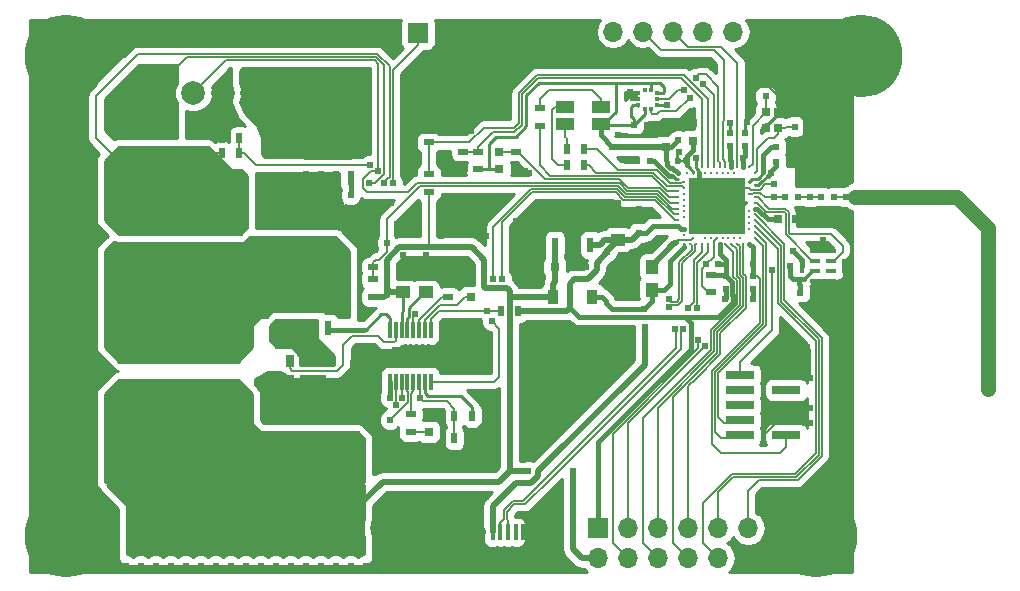
<source format=gtl>
G04 #@! TF.FileFunction,Copper,L1,Top,Signal*
%FSLAX45Y45*%
G04 Gerber Fmt 4.5, Leading zero omitted, Abs format (unit mm)*
G04 Created by KiCad (PCBNEW 4.0.6) date 08/08/17 22:50:04*
%MOMM*%
%LPD*%
G01*
G04 APERTURE LIST*
%ADD10C,0.254000*%
%ADD11R,4.750000X4.750000*%
%ADD12C,0.300000*%
%ADD13R,1.800000X1.800000*%
%ADD14R,0.400000X1.350000*%
%ADD15C,1.250000*%
%ADD16C,1.550000*%
%ADD17R,1.550000X1.500000*%
%ADD18R,5.500000X3.850000*%
%ADD19R,1.600000X1.000000*%
%ADD20R,1.000000X1.600000*%
%ADD21R,0.750000X0.800000*%
%ADD22R,1.250000X1.000000*%
%ADD23R,0.500000X0.600000*%
%ADD24R,0.600000X0.500000*%
%ADD25R,0.800000X0.750000*%
%ADD26R,4.150000X4.650000*%
%ADD27R,1.450000X1.150000*%
%ADD28R,0.900000X1.200000*%
%ADD29R,1.500000X1.100000*%
%ADD30R,2.000000X2.000000*%
%ADD31C,2.000000*%
%ADD32R,1.700000X1.700000*%
%ADD33O,1.700000X1.700000*%
%ADD34R,2.400000X0.760000*%
%ADD35C,4.200000*%
%ADD36R,0.610000X1.270000*%
%ADD37R,0.610000X1.020000*%
%ADD38R,1.270000X0.600000*%
%ADD39R,4.100000X3.810000*%
%ADD40R,0.900000X0.500000*%
%ADD41R,0.500000X0.900000*%
%ADD42R,0.800000X1.000000*%
%ADD43R,2.300000X1.000000*%
%ADD44R,0.300000X1.400000*%
%ADD45R,2.850000X1.650000*%
%ADD46R,0.550000X1.300000*%
%ADD47R,0.800000X1.850000*%
%ADD48R,1.850000X2.750000*%
%ADD49R,0.700000X0.750000*%
%ADD50R,1.000000X1.250000*%
%ADD51C,7.000000*%
%ADD52C,0.600000*%
%ADD53R,0.800000X0.800000*%
%ADD54R,0.950000X0.450000*%
%ADD55R,2.300000X0.450000*%
%ADD56R,0.450000X1.300000*%
%ADD57R,0.400000X0.300000*%
%ADD58R,0.300000X0.400000*%
%ADD59R,0.400000X0.600000*%
%ADD60C,0.609600*%
%ADD61C,0.127000*%
%ADD62C,0.381000*%
%ADD63C,0.508000*%
%ADD64C,1.270000*%
G04 APERTURE END LIST*
D10*
D11*
X15290800Y-9525000D03*
D12*
X15315800Y-9200000D03*
X15265800Y-9200000D03*
X15215800Y-9200000D03*
X15365800Y-9200000D03*
X15415800Y-9200000D03*
X15465800Y-9200000D03*
X15515800Y-9200000D03*
X15340800Y-9250000D03*
X15390800Y-9250000D03*
X15440800Y-9250000D03*
X15290800Y-9250000D03*
X15240800Y-9250000D03*
X15190800Y-9250000D03*
X15140800Y-9250000D03*
X15090800Y-9250000D03*
X14965800Y-9250000D03*
X14965800Y-9450000D03*
X14965800Y-9500000D03*
X14965800Y-9550000D03*
X14965800Y-9600000D03*
X14965800Y-9650000D03*
X14965800Y-9700000D03*
X15015800Y-9575000D03*
X15015800Y-9625000D03*
X15015800Y-9725000D03*
X15290800Y-9800000D03*
X15240800Y-9800000D03*
X15190800Y-9800000D03*
X15090800Y-9800000D03*
X15340800Y-9800000D03*
X15390800Y-9800000D03*
X15440800Y-9800000D03*
X15490800Y-9800000D03*
X15565800Y-9575000D03*
X15565800Y-9625000D03*
X15565800Y-9675000D03*
X15565800Y-9725000D03*
X15615800Y-9750000D03*
X15615800Y-9700000D03*
X15615800Y-9650000D03*
X15615800Y-9600000D03*
X15615800Y-9550000D03*
X15615800Y-9500000D03*
X15565800Y-9425000D03*
X15565800Y-9375000D03*
X15565800Y-9325000D03*
X15615800Y-9350000D03*
X15615800Y-9450000D03*
X15065800Y-9850000D03*
X15115800Y-9850000D03*
X15165800Y-9850000D03*
X15215800Y-9850000D03*
X15265800Y-9850000D03*
X15315800Y-9850000D03*
X15365800Y-9850000D03*
X15415800Y-9850000D03*
X15465800Y-9850000D03*
X15515800Y-9850000D03*
X15040800Y-9250000D03*
X15165800Y-9200000D03*
X15015800Y-9425000D03*
X15015800Y-9375000D03*
X15015800Y-9325000D03*
X15015800Y-9775000D03*
X15015800Y-9475000D03*
X15015800Y-9525000D03*
X14965800Y-9400000D03*
X14965800Y-9300000D03*
X15565800Y-9200000D03*
X15015800Y-9850000D03*
X15565800Y-9850000D03*
X15615800Y-9250000D03*
X15615800Y-9800000D03*
D13*
X15190800Y-9425000D03*
X15390800Y-9425000D03*
X15190800Y-9625000D03*
X15390800Y-9625000D03*
D14*
X13395410Y-12289746D03*
X13460410Y-12289746D03*
X13525410Y-12289746D03*
X13590410Y-12289746D03*
X13655410Y-12289746D03*
D15*
X13275410Y-12289746D03*
X13775410Y-12289746D03*
D16*
X13175410Y-12559746D03*
X13875410Y-12559746D03*
D17*
X13425500Y-12571000D03*
X13625500Y-12571000D03*
D18*
X10795000Y-11419500D03*
X10795000Y-10424500D03*
D19*
X11620500Y-11580000D03*
X11620500Y-11280000D03*
X11874500Y-11580000D03*
X11874500Y-11280000D03*
X12128500Y-11580000D03*
X12128500Y-11280000D03*
D20*
X11216500Y-9588500D03*
X11516500Y-9588500D03*
X11216500Y-9334500D03*
X11516500Y-9334500D03*
D21*
X13208000Y-10298500D03*
X13208000Y-10148500D03*
D22*
X12827000Y-10260000D03*
X12827000Y-10060000D03*
D21*
X12852400Y-11441500D03*
X12852400Y-11291500D03*
D23*
X16383000Y-9343000D03*
X16383000Y-9453000D03*
X15773400Y-9453000D03*
X15773400Y-9343000D03*
X16078200Y-9453000D03*
X16078200Y-9343000D03*
D24*
X15705700Y-8597900D03*
X15815700Y-8597900D03*
D23*
X15951200Y-8856100D03*
X15951200Y-8746100D03*
D25*
X13920400Y-10045700D03*
X14070400Y-10045700D03*
D23*
X15532100Y-9021200D03*
X15532100Y-8911200D03*
X14630400Y-9757800D03*
X14630400Y-9647800D03*
X15367000Y-10117700D03*
X15367000Y-10227700D03*
X15595600Y-10117700D03*
X15595600Y-10227700D03*
D21*
X14859000Y-9028500D03*
X14859000Y-8878500D03*
D24*
X14723500Y-9144000D03*
X14613500Y-9144000D03*
D23*
X15405100Y-9021200D03*
X15405100Y-8911200D03*
D24*
X15794600Y-9156700D03*
X15904600Y-9156700D03*
X15794600Y-9029700D03*
X15904600Y-9029700D03*
D21*
X15087600Y-8977700D03*
X15087600Y-8827700D03*
D26*
X10766500Y-9531000D03*
D27*
X10865000Y-9906000D03*
X10668000Y-9906000D03*
D28*
X13906600Y-10299700D03*
X14236600Y-10299700D03*
D29*
X14310500Y-8838000D03*
X14310500Y-8688000D03*
X14010500Y-8838000D03*
X14010500Y-8688000D03*
D30*
X10610500Y-8572500D03*
D31*
X10860500Y-8572500D03*
X11110500Y-8572500D03*
X11360500Y-8572500D03*
D32*
X12763500Y-8064500D03*
D33*
X13017500Y-8064500D03*
D34*
X15879500Y-11468100D03*
X15489500Y-11468100D03*
X15879500Y-11341100D03*
X15489500Y-11341100D03*
X15879500Y-11214100D03*
X15489500Y-11214100D03*
X15879500Y-11087100D03*
X15489500Y-11087100D03*
X15879500Y-10960100D03*
X15489500Y-10960100D03*
D35*
X12069000Y-12255500D03*
X12569000Y-12255500D03*
D32*
X15684500Y-8051800D03*
D33*
X15430500Y-8051800D03*
X15176500Y-8051800D03*
X14922500Y-8051800D03*
X14668500Y-8051800D03*
X14414500Y-8051800D03*
D24*
X15870800Y-9448800D03*
X15980800Y-9448800D03*
X16175600Y-9448800D03*
X16285600Y-9448800D03*
D36*
X11620500Y-10559500D03*
X11747500Y-10559500D03*
X11874500Y-10559500D03*
X12001500Y-10559500D03*
D37*
X11620500Y-10013000D03*
D36*
X11747500Y-10025500D03*
X11874500Y-10025500D03*
D37*
X12001500Y-10013000D03*
D38*
X11594000Y-10123500D03*
X11594000Y-10366000D03*
X12028000Y-10123500D03*
X12028000Y-10366000D03*
D39*
X11811000Y-10223500D03*
D36*
X11811000Y-9289500D03*
X11938000Y-9289500D03*
X12065000Y-9289500D03*
X12192000Y-9289500D03*
D37*
X11811000Y-8743000D03*
D36*
X11938000Y-8755500D03*
X12065000Y-8755500D03*
D37*
X12192000Y-8743000D03*
D38*
X11784500Y-8853500D03*
X11784500Y-9096000D03*
X12218500Y-8853500D03*
X12218500Y-9096000D03*
D39*
X12001500Y-8953500D03*
D40*
X12382500Y-10148500D03*
X12382500Y-10298500D03*
D41*
X11251000Y-9080500D03*
X11101000Y-9080500D03*
X13219500Y-11303000D03*
X13069500Y-11303000D03*
D40*
X10604500Y-8942000D03*
X10604500Y-9092000D03*
D41*
X11251000Y-8953500D03*
X11101000Y-8953500D03*
D40*
X12382500Y-9894500D03*
X12382500Y-10044500D03*
D41*
X13613200Y-10414000D03*
X13463200Y-10414000D03*
D42*
X11676000Y-10837000D03*
X11676000Y-11007000D03*
D43*
X11871000Y-10837000D03*
X11871000Y-11007000D03*
D40*
X13017500Y-10298500D03*
X13017500Y-10148500D03*
X12700000Y-11291500D03*
X12700000Y-11441500D03*
X15240000Y-10110400D03*
X15240000Y-10260400D03*
D41*
X14022000Y-9042400D03*
X14172000Y-9042400D03*
X14022000Y-9182100D03*
X14172000Y-9182100D03*
D40*
X13792200Y-8700700D03*
X13792200Y-8850700D03*
D41*
X13069500Y-11493500D03*
X13219500Y-11493500D03*
D44*
X12523000Y-11015000D03*
X12573000Y-11015000D03*
X12623000Y-11015000D03*
X12673000Y-11015000D03*
X12723000Y-11015000D03*
X12723000Y-10575000D03*
X12673000Y-10575000D03*
X12623000Y-10575000D03*
X12573000Y-10575000D03*
X12523000Y-10575000D03*
X12773000Y-11015000D03*
X12823000Y-11015000D03*
X12873000Y-11015000D03*
X12773000Y-10575000D03*
X12823000Y-10575000D03*
X12873000Y-10575000D03*
D45*
X12688000Y-10795000D03*
D46*
X13921600Y-9858700D03*
D47*
X14071600Y-9831200D03*
D46*
X14221600Y-9858700D03*
D48*
X14071600Y-9601200D03*
D49*
X15810700Y-8868600D03*
X15810700Y-8733600D03*
X15710700Y-8733600D03*
X15710700Y-8868600D03*
D22*
X14452600Y-9815500D03*
X14452600Y-9615500D03*
D50*
X14743100Y-10236200D03*
X14543100Y-10236200D03*
D22*
X12636500Y-10060000D03*
X12636500Y-10260000D03*
D50*
X14743100Y-10045700D03*
X14543100Y-10045700D03*
D40*
X13271500Y-9069000D03*
X13271500Y-9219000D03*
X13144500Y-9069000D03*
X13144500Y-9219000D03*
X12852400Y-9259500D03*
X12852400Y-9409500D03*
D32*
X14287500Y-12255500D03*
D33*
X14287500Y-12509500D03*
X14541500Y-12255500D03*
X14541500Y-12509500D03*
X14795500Y-12255500D03*
X14795500Y-12509500D03*
X15049500Y-12255500D03*
X15049500Y-12509500D03*
X15303500Y-12255500D03*
X15303500Y-12509500D03*
X15557500Y-12255500D03*
X15557500Y-12509500D03*
D51*
X9779000Y-12319000D03*
D52*
X9779000Y-12056500D03*
X9964616Y-12133384D03*
X10041500Y-12319000D03*
X9964616Y-12504615D03*
X9779000Y-12581500D03*
X9593385Y-12504615D03*
X9516500Y-12319000D03*
X9593385Y-12133384D03*
D51*
X16510000Y-8255000D03*
D52*
X16772500Y-8255000D03*
X16695615Y-8440616D03*
X16510000Y-8517500D03*
X16324384Y-8440616D03*
X16247500Y-8255000D03*
X16324384Y-8069384D03*
X16510000Y-7992500D03*
X16695615Y-8069384D03*
D51*
X9779000Y-8255000D03*
D52*
X10041500Y-8255000D03*
X9964616Y-8440616D03*
X9779000Y-8517500D03*
X9593385Y-8440616D03*
X9516500Y-8255000D03*
X9593385Y-8069384D03*
X9779000Y-7992500D03*
X9964616Y-8069384D03*
D51*
X16129000Y-12319000D03*
D52*
X16391500Y-12319000D03*
X16314615Y-12504615D03*
X16129000Y-12581500D03*
X15943384Y-12504615D03*
X15866500Y-12319000D03*
X15943384Y-12133384D03*
X16129000Y-12056500D03*
X16314615Y-12133384D03*
D40*
X12852400Y-8840400D03*
X12852400Y-8990400D03*
X13589000Y-9219000D03*
X13589000Y-9069000D03*
D53*
X13449300Y-9069000D03*
X13449300Y-9219000D03*
D25*
X15812700Y-9639300D03*
X15962700Y-9639300D03*
D24*
X14588100Y-8839200D03*
X14698100Y-8839200D03*
X15997800Y-10261600D03*
X16107800Y-10261600D03*
D54*
X16125000Y-10075500D03*
X16260000Y-10075500D03*
X16260000Y-9990500D03*
X16125000Y-9990500D03*
D55*
X16192500Y-9905500D03*
X16192500Y-10160500D03*
D56*
X16370000Y-10033000D03*
X16015000Y-10033000D03*
D57*
X14786600Y-8673300D03*
X14786600Y-8623300D03*
X14786600Y-8573300D03*
D58*
X14681600Y-8543300D03*
X14731600Y-8543300D03*
D57*
X14626600Y-8573300D03*
X14626600Y-8623300D03*
X14626600Y-8673300D03*
D58*
X14731600Y-8703300D03*
X14681600Y-8703300D03*
D59*
X14953700Y-9144000D03*
X15043700Y-9144000D03*
D10*
G36*
X15023700Y-9174000D02*
X14993700Y-9144000D01*
X15023700Y-9114000D01*
X15053700Y-9144000D01*
X15023700Y-9174000D01*
X15023700Y-9174000D01*
G37*
G36*
X14973700Y-9174000D02*
X14943700Y-9144000D01*
X14973700Y-9114000D01*
X15003700Y-9144000D01*
X14973700Y-9174000D01*
X14973700Y-9174000D01*
G37*
D60*
X13106400Y-11988800D03*
X13335000Y-11988800D03*
X12827000Y-11988800D03*
X10160000Y-12573000D03*
X10287000Y-12573000D03*
X10414000Y-12573000D03*
X10541000Y-12573000D03*
X10668000Y-12573000D03*
X10795000Y-12573000D03*
X10922000Y-12573000D03*
X11049000Y-12573000D03*
X11176000Y-12573000D03*
X11303000Y-12573000D03*
X11430000Y-12573000D03*
X11557000Y-12573000D03*
X11684000Y-12573000D03*
X11811000Y-12573000D03*
X11938000Y-12573000D03*
X12065000Y-12573000D03*
X12192000Y-12573000D03*
X12319000Y-12573000D03*
X12446000Y-12573000D03*
X12573000Y-12573000D03*
X12700000Y-12573000D03*
X12827000Y-12573000D03*
X15685844Y-11540075D03*
X15862300Y-10858500D03*
X15621000Y-10858500D03*
X16052800Y-10718800D03*
X15849600Y-10515600D03*
X13957300Y-12090400D03*
X13957300Y-11912600D03*
X16192500Y-11811000D03*
X15748000Y-12001500D03*
X16383000Y-10414000D03*
X16383000Y-10541000D03*
X16383000Y-10668000D03*
X16383000Y-10795000D03*
X16383000Y-10922000D03*
X16383000Y-11049000D03*
X16383000Y-11176000D03*
X16383000Y-11303000D03*
X16383000Y-11430000D03*
X16383000Y-11557000D03*
X16383000Y-11684000D03*
X16383000Y-11811000D03*
X16383000Y-11938000D03*
X16000000Y-9325000D03*
X16078200Y-10985500D03*
X16078200Y-11366500D03*
X16078200Y-11239500D03*
X15363732Y-10312400D03*
X14452600Y-8928100D03*
X14554200Y-8559800D03*
X14706600Y-8928100D03*
X14871700Y-8674100D03*
X16192500Y-10350500D03*
X16281400Y-10350500D03*
X16370300Y-10261600D03*
X16421100Y-10185400D03*
X16421100Y-9766300D03*
X16421100Y-9702800D03*
X16421100Y-9639300D03*
X16383000Y-9575800D03*
X16294100Y-9575800D03*
X16179800Y-9575800D03*
X16078200Y-9575800D03*
X15938500Y-9906000D03*
X16103600Y-10350500D03*
X16192500Y-9817100D03*
X9906000Y-11811000D03*
X9906000Y-11684000D03*
X9906000Y-11557000D03*
X9906000Y-11430000D03*
X9906000Y-11303000D03*
X9906000Y-11176000D03*
X9906000Y-11049000D03*
X9906000Y-10922000D03*
X9906000Y-10795000D03*
X9906000Y-10668000D03*
X9906000Y-10541000D03*
X9906000Y-10414000D03*
X9906000Y-10287000D03*
X9906000Y-10160000D03*
X9906000Y-10033000D03*
X9906000Y-9906000D03*
X9906000Y-9779000D03*
X9906000Y-9652000D03*
X9906000Y-9525000D03*
X9906000Y-9398000D03*
X9906000Y-9271000D03*
X9906000Y-9144000D03*
X9906000Y-9017000D03*
X9906000Y-8890000D03*
X9906000Y-8763000D03*
X10972800Y-8724900D03*
X10820400Y-8763000D03*
X11226800Y-8813800D03*
X10972800Y-8890000D03*
X10845800Y-8890000D03*
X16383000Y-9156700D03*
X16294100Y-9156700D03*
X16172680Y-9156700D03*
X16078200Y-9156700D03*
X12585700Y-9677400D03*
X12770858Y-9763814D03*
X12760617Y-9512898D03*
X13360400Y-8382000D03*
X13081000Y-8382000D03*
X14084300Y-8331200D03*
X14389100Y-8331200D03*
X13741400Y-8331200D03*
X13512800Y-8559800D03*
X13512800Y-8763000D03*
X13351901Y-9605385D03*
X12984427Y-9458396D03*
X13512800Y-9448800D03*
X13703300Y-9245600D03*
X12995137Y-8886312D03*
X16002000Y-8636000D03*
X15875000Y-8255000D03*
X15875000Y-8382000D03*
X15875000Y-8509000D03*
X15621000Y-8509000D03*
X15621000Y-8382000D03*
X15621000Y-8255000D03*
X13081000Y-10541000D03*
X13208000Y-10541000D03*
X13335000Y-10668000D03*
X13208000Y-10668000D03*
X13081000Y-10668000D03*
X13081000Y-10795000D03*
X13208000Y-10795000D03*
X13335000Y-10795000D03*
X13335000Y-10922000D03*
X13208000Y-10922000D03*
X13081000Y-10922000D03*
X12954000Y-9779000D03*
X13335000Y-9779000D03*
X13589000Y-9652000D03*
X13589000Y-9906000D03*
X13716000Y-10160000D03*
X13208000Y-8890000D03*
X12700000Y-9144000D03*
X12700000Y-8890000D03*
X12700000Y-8636000D03*
X12700000Y-8382000D03*
X14097000Y-10668000D03*
X13716000Y-11049000D03*
X13716000Y-11557000D03*
X14097000Y-11303000D03*
X14478000Y-10922000D03*
X14478000Y-10668000D03*
X13716000Y-10668000D03*
X16383000Y-9017000D03*
X16383000Y-8890000D03*
X16383000Y-8763000D03*
X16129000Y-8001000D03*
X16002000Y-8001000D03*
X15875000Y-8001000D03*
X14224000Y-8001000D03*
X14097000Y-8001000D03*
X13970000Y-8001000D03*
X13843000Y-8001000D03*
X13716000Y-8001000D03*
X13589000Y-8001000D03*
X13462000Y-8001000D03*
X13335000Y-8001000D03*
X13208000Y-8001000D03*
X12446000Y-8001000D03*
X12319000Y-8001000D03*
X12192000Y-8001000D03*
X12065000Y-8001000D03*
X11938000Y-8001000D03*
X11811000Y-8001000D03*
X11684000Y-8001000D03*
X11557000Y-8001000D03*
X11430000Y-8001000D03*
X11303000Y-8001000D03*
X11176000Y-8001000D03*
X11049000Y-8001000D03*
X10922000Y-8001000D03*
X10795000Y-8001000D03*
X10668000Y-8001000D03*
X10541000Y-8001000D03*
X10414000Y-8001000D03*
X10287000Y-8001000D03*
X9525000Y-9906000D03*
X9525000Y-9779000D03*
X9525000Y-9652000D03*
X9525000Y-9525000D03*
X9525000Y-9398000D03*
X9525000Y-9271000D03*
X9525000Y-9144000D03*
X9525000Y-9017000D03*
X9525000Y-8890000D03*
X9525000Y-8763000D03*
X9525000Y-8636000D03*
X9525000Y-10033000D03*
X9525000Y-10160000D03*
X9525000Y-10287000D03*
X9525000Y-10414000D03*
X9525000Y-10541000D03*
X9525000Y-10668000D03*
X9525000Y-10795000D03*
X9525000Y-10922000D03*
X9525000Y-11049000D03*
X9525000Y-11176000D03*
X9525000Y-11303000D03*
X9525000Y-11430000D03*
X9525000Y-11557000D03*
X9525000Y-11684000D03*
X9525000Y-11811000D03*
X13360400Y-11734800D03*
X12420600Y-11747500D03*
X12954000Y-11734800D03*
X12954000Y-11290300D03*
X13360400Y-11150600D03*
X13423900Y-11188700D03*
X13423900Y-11112500D03*
X12534900Y-9499600D03*
X12268200Y-10363200D03*
X13030200Y-9220200D03*
X15595600Y-10312400D03*
X15400019Y-8825699D03*
X15549712Y-8818614D03*
X13754100Y-9601200D03*
X14452600Y-9499600D03*
X14630400Y-9550400D03*
X14528800Y-9144000D03*
X14427200Y-10236200D03*
X14427200Y-10045700D03*
X14185900Y-10045700D03*
X15087600Y-8724900D03*
X16002000Y-9156700D03*
X16002000Y-9029700D03*
X15113000Y-9118600D03*
X13208000Y-10045700D03*
X13017500Y-10058400D03*
X12827000Y-9944100D03*
X12636500Y-9944100D03*
X11938000Y-9499600D03*
X12090400Y-9436100D03*
X12026900Y-9436100D03*
X11963400Y-9436100D03*
X11899900Y-9436100D03*
X11836400Y-9436100D03*
X11772900Y-9436100D03*
X11709400Y-9436100D03*
X11645900Y-9436100D03*
X11684000Y-9499600D03*
X11747500Y-9499600D03*
X11811000Y-9499600D03*
X11874500Y-9499600D03*
X12001500Y-9499600D03*
X12065000Y-9499600D03*
X12090400Y-9563100D03*
X12026900Y-9563100D03*
X11963400Y-9563100D03*
X11899900Y-9563100D03*
X11836400Y-9563100D03*
X11772900Y-9563100D03*
X11709400Y-9563100D03*
X11645900Y-9563100D03*
X11684000Y-9626600D03*
X11747500Y-9626600D03*
X11811000Y-9626600D03*
X11874500Y-9626600D03*
X11938000Y-9626600D03*
X12001500Y-9626600D03*
X12065000Y-9626600D03*
X12090400Y-9690100D03*
X12026900Y-9690100D03*
X11963400Y-9690100D03*
X11899900Y-9690100D03*
X11836400Y-9690100D03*
X11772900Y-9690100D03*
X11709400Y-9690100D03*
X11645900Y-9690100D03*
X12357100Y-10947400D03*
X12382500Y-10756900D03*
X12319000Y-10756900D03*
X12255500Y-10756900D03*
X12230100Y-10820400D03*
X12293600Y-10820400D03*
X12357100Y-10820400D03*
X12433300Y-10820400D03*
X12382500Y-10883900D03*
X12319000Y-10883900D03*
X12255500Y-10883900D03*
X12230100Y-10947400D03*
X12293600Y-10947400D03*
X12319000Y-11010900D03*
X12255500Y-11010900D03*
X12192000Y-11010900D03*
X12128500Y-11010900D03*
X12103100Y-11074400D03*
X12166600Y-11074400D03*
X12230100Y-11074400D03*
X12293600Y-11074400D03*
X12357100Y-11074400D03*
X12319000Y-11137900D03*
X12255500Y-11137900D03*
X12192000Y-11137900D03*
X12128500Y-11137900D03*
X12065000Y-11137900D03*
X12001500Y-11137900D03*
X11938000Y-11137900D03*
X11874500Y-11137900D03*
X11811000Y-11137900D03*
X11747500Y-11137900D03*
X11684000Y-11137900D03*
X11620500Y-11137900D03*
X14962109Y-8970596D03*
X15913100Y-10033000D03*
X15595600Y-10020300D03*
X15303500Y-10020300D03*
X15515800Y-9118600D03*
X14407900Y-9028500D03*
X14363700Y-9918700D03*
X14071600Y-11772900D03*
X13690600Y-11772900D03*
X14678600Y-10401300D03*
X14681200Y-10553700D03*
X14973300Y-9067800D03*
X15748000Y-9245600D03*
X12344400Y-9334500D03*
X12623800Y-11150600D03*
X12424742Y-9234774D03*
X12776200Y-11150600D03*
X12547600Y-9334500D03*
X12496800Y-9842500D03*
X12738100Y-10439400D03*
X15760700Y-10071100D03*
X15201900Y-10020300D03*
X12192000Y-9436100D03*
X12522200Y-11150600D03*
X13398500Y-10147300D03*
X13347700Y-10414000D03*
X13474700Y-10147300D03*
X13385800Y-10502900D03*
X14936470Y-10566400D03*
X14884400Y-10387330D03*
X15010130Y-10566400D03*
X14884400Y-10313670D03*
X15193182Y-10713237D03*
X15125700Y-10388600D03*
X15137131Y-10665443D03*
X15049500Y-10388600D03*
X12471400Y-9334500D03*
X12522200Y-11341100D03*
X12353371Y-9180781D03*
X12579603Y-11209529D03*
X15113000Y-8445500D03*
X15011400Y-8547100D03*
X15176500Y-8496300D03*
X15062200Y-8610600D03*
D61*
X13106400Y-11988800D02*
X13335000Y-11988800D01*
X12827000Y-11988800D02*
X13106400Y-11988800D01*
X10414000Y-12573000D02*
X10287000Y-12573000D01*
X10668000Y-12573000D02*
X10541000Y-12573000D01*
X10922000Y-12573000D02*
X10795000Y-12573000D01*
X11176000Y-12573000D02*
X11049000Y-12573000D01*
X11430000Y-12573000D02*
X11303000Y-12573000D01*
X11684000Y-12573000D02*
X11557000Y-12573000D01*
X11938000Y-12573000D02*
X11811000Y-12573000D01*
X12192000Y-12573000D02*
X12065000Y-12573000D01*
X12446000Y-12573000D02*
X12319000Y-12573000D01*
X12700000Y-12573000D02*
X12573000Y-12573000D01*
X15685844Y-11496970D02*
X15685844Y-11540075D01*
X15685844Y-11478156D02*
X15685844Y-11496970D01*
X15797500Y-11366500D02*
X15685844Y-11478156D01*
X15879500Y-11366500D02*
X15797500Y-11366500D01*
X15849600Y-10515600D02*
X15849600Y-10629900D01*
X15849600Y-10629900D02*
X15621000Y-10858500D01*
X16078200Y-10985500D02*
X16078200Y-10744200D01*
X16078200Y-10744200D02*
X15849600Y-10515600D01*
X13775410Y-12289746D02*
X13775410Y-12094490D01*
X13775410Y-12094490D02*
X13957300Y-11912600D01*
X13655410Y-12289746D02*
X13775410Y-12289746D01*
X16129000Y-12319000D02*
X16129000Y-11824025D01*
X16129000Y-11824025D02*
X16142025Y-11811000D01*
X16142025Y-11811000D02*
X16192500Y-11811000D01*
X16129000Y-12319000D02*
X16065500Y-12319000D01*
X16065500Y-12319000D02*
X15748000Y-12001500D01*
X16383000Y-10541000D02*
X16383000Y-10414000D01*
X16383000Y-10795000D02*
X16383000Y-10668000D01*
X16383000Y-11049000D02*
X16383000Y-10922000D01*
X16383000Y-11303000D02*
X16383000Y-11176000D01*
X16383000Y-11557000D02*
X16383000Y-11430000D01*
X16383000Y-11811000D02*
X16383000Y-11684000D01*
X16129000Y-12192000D02*
X16383000Y-11938000D01*
X16129000Y-12319000D02*
X16129000Y-12192000D01*
X16078200Y-9343000D02*
X16018000Y-9343000D01*
X16018000Y-9343000D02*
X16000000Y-9325000D01*
D10*
X15879500Y-10985500D02*
X16078200Y-10985500D01*
X15879500Y-11366500D02*
X16078200Y-11366500D01*
X15879500Y-11239500D02*
X16078200Y-11239500D01*
D62*
X15367000Y-10227700D02*
X15367000Y-10309132D01*
X15367000Y-10309132D02*
X15363732Y-10312400D01*
D10*
X14554200Y-8559800D02*
X14554200Y-8610600D01*
X14554200Y-8610600D02*
X14566900Y-8623300D01*
X14626600Y-8623300D02*
X14566900Y-8623300D01*
D61*
X14626600Y-8573300D02*
X14567700Y-8573300D01*
X14567700Y-8573300D02*
X14554200Y-8559800D01*
D10*
X14786600Y-8673300D02*
X14870900Y-8673300D01*
X14870900Y-8673300D02*
X14871700Y-8674100D01*
X14706600Y-8928100D02*
X14452600Y-8928100D01*
X14698100Y-8839200D02*
X14698100Y-8919600D01*
X14698100Y-8919600D02*
X14706600Y-8928100D01*
D61*
X14566900Y-8597900D02*
X14566900Y-8572500D01*
X14566900Y-8572500D02*
X14554200Y-8559800D01*
X14566900Y-8597900D02*
X14591500Y-8573300D01*
X14591500Y-8573300D02*
X14626600Y-8573300D01*
X14566900Y-8610600D02*
X14566900Y-8597900D01*
X14579600Y-8623300D02*
X14566900Y-8610600D01*
X14626600Y-8623300D02*
X14579600Y-8623300D01*
X16281400Y-10350500D02*
X16192500Y-10350500D01*
X16421100Y-10185400D02*
X16421100Y-10210800D01*
X16421100Y-10210800D02*
X16370300Y-10261600D01*
X16421100Y-9702800D02*
X16421100Y-9766300D01*
X16383000Y-9575800D02*
X16383000Y-9601200D01*
X16383000Y-9601200D02*
X16421100Y-9639300D01*
X16179800Y-9575800D02*
X16294100Y-9575800D01*
X15962700Y-9639300D02*
X15965200Y-9639300D01*
X15965200Y-9639300D02*
X16028700Y-9575800D01*
X16028700Y-9575800D02*
X16078200Y-9575800D01*
D62*
X16015000Y-10033000D02*
X16015000Y-9982500D01*
X16015000Y-9982500D02*
X15938500Y-9906000D01*
X16107800Y-10261600D02*
X16107800Y-10346300D01*
X16107800Y-10346300D02*
X16103600Y-10350500D01*
X16107800Y-10261600D02*
X16107800Y-10245200D01*
X16107800Y-10245200D02*
X16192500Y-10160500D01*
D61*
X16192500Y-9905500D02*
X16192500Y-9817100D01*
D62*
X15962700Y-9639300D02*
X16065500Y-9639300D01*
D61*
X9906000Y-11557000D02*
X9906000Y-11684000D01*
X9906000Y-11303000D02*
X9906000Y-11430000D01*
X9906000Y-11049000D02*
X9906000Y-11176000D01*
X9906000Y-10795000D02*
X9906000Y-10922000D01*
X9906000Y-10541000D02*
X9906000Y-10668000D01*
X9906000Y-10287000D02*
X9906000Y-10414000D01*
X9906000Y-10033000D02*
X9906000Y-10160000D01*
X9906000Y-9779000D02*
X9906000Y-9906000D01*
X9906000Y-9525000D02*
X9906000Y-9652000D01*
X9906000Y-9144000D02*
X9906000Y-9271000D01*
X9906000Y-8890000D02*
X9906000Y-9017000D01*
X9906000Y-8636000D02*
X9906000Y-8763000D01*
X9525000Y-8636000D02*
X9906000Y-8636000D01*
X10820400Y-8763000D02*
X10934700Y-8763000D01*
X10934700Y-8763000D02*
X10972800Y-8724900D01*
X10972800Y-8890000D02*
X11150600Y-8890000D01*
X11150600Y-8890000D02*
X11226800Y-8813800D01*
X11110500Y-8572500D02*
X10845800Y-8837200D01*
X10845800Y-8837200D02*
X10845800Y-8890000D01*
X16172680Y-9156700D02*
X16294100Y-9156700D01*
X16154400Y-9156700D02*
X16154698Y-9156998D01*
X16154698Y-9156998D02*
X16172382Y-9156998D01*
X16002000Y-9156700D02*
X16078200Y-9156700D01*
X12770858Y-9763814D02*
X12672114Y-9763814D01*
X12672114Y-9763814D02*
X12585700Y-9677400D01*
X12760617Y-9512898D02*
X12760617Y-9753573D01*
X12760617Y-9753573D02*
X12770858Y-9763814D01*
X12700000Y-8382000D02*
X13081000Y-8382000D01*
X14389100Y-8331200D02*
X14084300Y-8331200D01*
X13512800Y-8559800D02*
X13741400Y-8331200D01*
X12995137Y-8886312D02*
X13118449Y-8763000D01*
X13118449Y-8763000D02*
X13512800Y-8763000D01*
X13356215Y-9605385D02*
X13351901Y-9605385D01*
X13512800Y-9448800D02*
X13356215Y-9605385D01*
X13321421Y-9574905D02*
X13351901Y-9605385D01*
X13204911Y-9458396D02*
X13321421Y-9574905D01*
X12984427Y-9458396D02*
X13204911Y-9458396D01*
D10*
X13589000Y-9219000D02*
X13676700Y-9219000D01*
X13676700Y-9219000D02*
X13703300Y-9245600D01*
D61*
X12991449Y-8890000D02*
X12995137Y-8886312D01*
X12700000Y-8890000D02*
X12991449Y-8890000D01*
X12998825Y-8890000D02*
X12995137Y-8886312D01*
X13208000Y-8890000D02*
X12998825Y-8890000D01*
D10*
X16078200Y-9343000D02*
X16027800Y-9343000D01*
X16383000Y-9343000D02*
X16332600Y-9343000D01*
X16332600Y-9343000D02*
X16078200Y-9343000D01*
D61*
X15951200Y-8746100D02*
X15951200Y-8686800D01*
X15951200Y-8686800D02*
X16002000Y-8636000D01*
X15875000Y-8509000D02*
X15875000Y-8382000D01*
X15621000Y-8382000D02*
X15621000Y-8509000D01*
X15684500Y-8051800D02*
X15684500Y-8191500D01*
X15684500Y-8191500D02*
X15621000Y-8255000D01*
X13208000Y-10541000D02*
X13081000Y-10541000D01*
X13208000Y-10668000D02*
X13335000Y-10668000D01*
X13081000Y-10795000D02*
X13081000Y-10668000D01*
X13335000Y-10795000D02*
X13208000Y-10795000D01*
X13208000Y-10922000D02*
X13335000Y-10922000D01*
X12688000Y-10795000D02*
X12954000Y-10795000D01*
X12954000Y-10795000D02*
X13081000Y-10922000D01*
X13335000Y-9779000D02*
X12954000Y-9779000D01*
X13589000Y-9906000D02*
X13589000Y-9652000D01*
X13754100Y-9601200D02*
X13754100Y-10121900D01*
X13754100Y-10121900D02*
X13716000Y-10160000D01*
X12700000Y-9144000D02*
X12700000Y-8890000D01*
X12700000Y-8636000D02*
X12700000Y-8890000D01*
X13017500Y-8064500D02*
X12700000Y-8382000D01*
X14097000Y-10668000D02*
X14478000Y-10668000D01*
X13716000Y-10668000D02*
X14097000Y-10668000D01*
X13716000Y-11557000D02*
X13716000Y-11049000D01*
X14478000Y-10922000D02*
X14097000Y-11303000D01*
X16383000Y-9144000D02*
X16383000Y-8636000D01*
X16383000Y-8890000D02*
X16383000Y-9017000D01*
X16383000Y-8001000D02*
X16383000Y-8763000D01*
X16129000Y-8001000D02*
X16256000Y-8001000D01*
X15875000Y-8001000D02*
X16002000Y-8001000D01*
X14097000Y-8001000D02*
X14224000Y-8001000D01*
X13843000Y-8001000D02*
X13970000Y-8001000D01*
X13589000Y-8001000D02*
X13716000Y-8001000D01*
X13335000Y-8001000D02*
X13462000Y-8001000D01*
X13017500Y-8064500D02*
X13144500Y-8064500D01*
X13144500Y-8064500D02*
X13208000Y-8001000D01*
X12192000Y-8001000D02*
X12319000Y-8001000D01*
X11938000Y-8001000D02*
X12065000Y-8001000D01*
X11684000Y-8001000D02*
X11811000Y-8001000D01*
X11430000Y-8001000D02*
X11557000Y-8001000D01*
X11176000Y-8001000D02*
X11303000Y-8001000D01*
X10922000Y-8001000D02*
X11049000Y-8001000D01*
X10668000Y-8001000D02*
X10795000Y-8001000D01*
X10414000Y-8001000D02*
X10541000Y-8001000D01*
X9779000Y-8255000D02*
X9828025Y-8205975D01*
X9828025Y-8205975D02*
X10082025Y-8205975D01*
X10082025Y-8205975D02*
X10287000Y-8001000D01*
X9525000Y-9779000D02*
X9525000Y-9906000D01*
X9525000Y-9525000D02*
X9525000Y-9652000D01*
X9525000Y-9271000D02*
X9525000Y-9398000D01*
X9525000Y-9017000D02*
X9525000Y-9144000D01*
X9525000Y-8763000D02*
X9525000Y-8890000D01*
X9779000Y-8255000D02*
X9779000Y-8382000D01*
X9779000Y-8382000D02*
X9525000Y-8636000D01*
X9779000Y-8255000D02*
X9706443Y-8255000D01*
X9706443Y-8255000D02*
X9525000Y-8436443D01*
X9525000Y-10160000D02*
X9525000Y-10033000D01*
X9525000Y-10414000D02*
X9525000Y-10287000D01*
X9525000Y-10668000D02*
X9525000Y-10541000D01*
X9525000Y-10922000D02*
X9525000Y-10795000D01*
X9525000Y-11176000D02*
X9525000Y-11049000D01*
X9525000Y-11430000D02*
X9525000Y-11303000D01*
X9525000Y-11684000D02*
X9525000Y-11557000D01*
X9779000Y-12319000D02*
X9729975Y-12269975D01*
X9729975Y-12269975D02*
X9729975Y-12015975D01*
X9729975Y-12015975D02*
X9525000Y-11811000D01*
X12954000Y-11734800D02*
X13360400Y-11734800D01*
X12954000Y-11734800D02*
X12433300Y-11734800D01*
X12433300Y-11734800D02*
X12420600Y-11747500D01*
X12852400Y-11291500D02*
X12952800Y-11291500D01*
X12952800Y-11291500D02*
X12954000Y-11290300D01*
X13423900Y-11188700D02*
X13398500Y-11188700D01*
X13398500Y-11188700D02*
X13360400Y-11150600D01*
X13423900Y-11404600D02*
X13423900Y-11188700D01*
X13423900Y-11188700D02*
X13423900Y-11112500D01*
X13335000Y-11493500D02*
X13423900Y-11404600D01*
X13219500Y-11493500D02*
X13335000Y-11493500D01*
X13208000Y-10148500D02*
X13208000Y-10045700D01*
X13017500Y-10148500D02*
X13017500Y-10058400D01*
X12065000Y-9289500D02*
X12065000Y-9410700D01*
X12065000Y-9410700D02*
X12090400Y-9436100D01*
X11938000Y-9289500D02*
X11938000Y-9410700D01*
X11938000Y-9410700D02*
X11963400Y-9436100D01*
X11811000Y-9289500D02*
X11811000Y-9410700D01*
X11811000Y-9410700D02*
X11836400Y-9436100D01*
X12534900Y-9499600D02*
X12382500Y-9652000D01*
X12382500Y-9652000D02*
X12382500Y-9894500D01*
D10*
X12382500Y-9894500D02*
X12382500Y-9844100D01*
X12382500Y-9844100D02*
X12228500Y-9690100D01*
X12228500Y-9690100D02*
X12133505Y-9690100D01*
X12133505Y-9690100D02*
X12090400Y-9690100D01*
X12827000Y-10060000D02*
X12827000Y-9944100D01*
X12636500Y-10060000D02*
X12636500Y-9944100D01*
D61*
X12268200Y-9951100D02*
X12268200Y-10363200D01*
X12382500Y-9894500D02*
X12324800Y-9894500D01*
X12324800Y-9894500D02*
X12268200Y-9951100D01*
D10*
X13144500Y-9219000D02*
X13031400Y-9219000D01*
X13031400Y-9219000D02*
X13030200Y-9220200D01*
D62*
X15595600Y-10227700D02*
X15595600Y-10312400D01*
D10*
X15405100Y-8830780D02*
X15400019Y-8825699D01*
X15405100Y-8911200D02*
X15405100Y-8830780D01*
D61*
X15810700Y-8597900D02*
X15734500Y-8521700D01*
X15549712Y-8618388D02*
X15549712Y-8775509D01*
X15549712Y-8775509D02*
X15549712Y-8818614D01*
D10*
X15532100Y-8836226D02*
X15549712Y-8818614D01*
D61*
X15734500Y-8521700D02*
X15646400Y-8521700D01*
X15646400Y-8521700D02*
X15549712Y-8618388D01*
X15815700Y-8597900D02*
X15810700Y-8597900D01*
D10*
X15532100Y-8911200D02*
X15532100Y-8836226D01*
D61*
X14071600Y-9831200D02*
X14071600Y-9601200D01*
D62*
X13941000Y-9601200D02*
X13754100Y-9601200D01*
X14071600Y-9601200D02*
X13941000Y-9601200D01*
X14071600Y-9601200D02*
X14438300Y-9601200D01*
X14438300Y-9601200D02*
X14452600Y-9615500D01*
X14452600Y-9615500D02*
X14452600Y-9499600D01*
X14630400Y-9647800D02*
X14630400Y-9550400D01*
X14613500Y-9144000D02*
X14528800Y-9144000D01*
D63*
X14543100Y-10236200D02*
X14427200Y-10236200D01*
X14543100Y-10045700D02*
X14427200Y-10045700D01*
X14070400Y-10045700D02*
X14185900Y-10045700D01*
X14070400Y-10045700D02*
X14070400Y-9832400D01*
X14070400Y-9832400D02*
X14071600Y-9831200D01*
D10*
X15087600Y-8827700D02*
X15087600Y-8724900D01*
X15904600Y-9156700D02*
X16002000Y-9156700D01*
X15904600Y-9029700D02*
X16002000Y-9029700D01*
D61*
X16027400Y-8966200D02*
X15963900Y-9029700D01*
X15963900Y-9029700D02*
X15904600Y-9029700D01*
X16027400Y-8763000D02*
X16027400Y-8966200D01*
X16010500Y-8746100D02*
X16027400Y-8763000D01*
X15951200Y-8746100D02*
X16010500Y-8746100D01*
D10*
X15810700Y-8733600D02*
X15871100Y-8733600D01*
X15883600Y-8746100D02*
X15951200Y-8746100D01*
X15871100Y-8733600D02*
X15883600Y-8746100D01*
X15810700Y-8733600D02*
X15810700Y-8602900D01*
X15810700Y-8602900D02*
X15815700Y-8597900D01*
X15710700Y-8868600D02*
X15710700Y-8851100D01*
X15710700Y-8851100D02*
X15810700Y-8751100D01*
X15810700Y-8751100D02*
X15810700Y-8733600D01*
X15113000Y-9206992D02*
X15113000Y-9161705D01*
X15140800Y-9234792D02*
X15113000Y-9206992D01*
X15140800Y-9250000D02*
X15140800Y-9234792D01*
X15113000Y-9161705D02*
X15113000Y-9118600D01*
D62*
X15140800Y-9250000D02*
X15140800Y-9375000D01*
X15140800Y-9375000D02*
X15290800Y-9525000D01*
D61*
X15565800Y-9375000D02*
X15440800Y-9375000D01*
X15440800Y-9375000D02*
X15290800Y-9525000D01*
X15654400Y-9390000D02*
X15701400Y-9343000D01*
X15701400Y-9343000D02*
X15773400Y-9343000D01*
X15565800Y-9375000D02*
X15580800Y-9390000D01*
X15580800Y-9390000D02*
X15654400Y-9390000D01*
X11950700Y-9499600D02*
X11938000Y-9499600D01*
X11938000Y-9499600D02*
X11874500Y-9499600D01*
X12001500Y-9499600D02*
X11938000Y-9499600D01*
X11963400Y-9436100D02*
X12026900Y-9436100D01*
X11836400Y-9436100D02*
X11899900Y-9436100D01*
X11709400Y-9436100D02*
X11772900Y-9436100D01*
X11684000Y-9499600D02*
X11684000Y-9474200D01*
X11684000Y-9474200D02*
X11645900Y-9436100D01*
X11811000Y-9499600D02*
X11747500Y-9499600D01*
X12065000Y-9499600D02*
X12001500Y-9499600D01*
X12026900Y-9563100D02*
X12090400Y-9563100D01*
X11899900Y-9563100D02*
X11963400Y-9563100D01*
X11772900Y-9563100D02*
X11836400Y-9563100D01*
X11645900Y-9563100D02*
X11709400Y-9563100D01*
X11747500Y-9626600D02*
X11684000Y-9626600D01*
X11874500Y-9626600D02*
X11811000Y-9626600D01*
X12001500Y-9626600D02*
X11938000Y-9626600D01*
X12090400Y-9690100D02*
X12090400Y-9652000D01*
X12090400Y-9652000D02*
X12065000Y-9626600D01*
X11963400Y-9690100D02*
X12026900Y-9690100D01*
X11836400Y-9690100D02*
X11899900Y-9690100D01*
X11709400Y-9690100D02*
X11772900Y-9690100D01*
X11516500Y-9588500D02*
X11579200Y-9588500D01*
X11579200Y-9588500D02*
X11645900Y-9655200D01*
X11645900Y-9655200D02*
X11645900Y-9690100D01*
X12293600Y-10947400D02*
X12357100Y-10947400D01*
X12255500Y-10756900D02*
X12319000Y-10756900D01*
X12293600Y-10820400D02*
X12230100Y-10820400D01*
X12433300Y-10820400D02*
X12357100Y-10820400D01*
X12319000Y-10883900D02*
X12382500Y-10883900D01*
X12230100Y-10947400D02*
X12230100Y-10909300D01*
X12230100Y-10909300D02*
X12255500Y-10883900D01*
X12357100Y-10960100D02*
X12306300Y-10960100D01*
X12306300Y-10960100D02*
X12293600Y-10947400D01*
X12255500Y-11010900D02*
X12319000Y-11010900D01*
X12128500Y-11010900D02*
X12192000Y-11010900D01*
X12166600Y-11074400D02*
X12103100Y-11074400D01*
X12293600Y-11074400D02*
X12230100Y-11074400D01*
X12319000Y-11137900D02*
X12319000Y-11112500D01*
X12319000Y-11112500D02*
X12357100Y-11074400D01*
X12192000Y-11137900D02*
X12255500Y-11137900D01*
X12065000Y-11137900D02*
X12128500Y-11137900D01*
X11938000Y-11137900D02*
X12001500Y-11137900D01*
X11811000Y-11137900D02*
X11874500Y-11137900D01*
X11684000Y-11137900D02*
X11747500Y-11137900D01*
X11620500Y-11280000D02*
X11620500Y-11137900D01*
X15595600Y-10117700D02*
X15633300Y-10117700D01*
X15633300Y-10117700D02*
X15659100Y-10143500D01*
X15879500Y-11565200D02*
X15879500Y-11493500D01*
X15659100Y-10143500D02*
X15659100Y-10515600D01*
X15659100Y-10515600D02*
X15252700Y-10922000D01*
X15252700Y-10922000D02*
X15252700Y-11544300D01*
X15327947Y-11619547D02*
X15825153Y-11619547D01*
X15825153Y-11619547D02*
X15879500Y-11565200D01*
X15252700Y-11544300D02*
X15327947Y-11619547D01*
D62*
X14960600Y-10464800D02*
X15024100Y-10464800D01*
X15024100Y-10464800D02*
X15074900Y-10515600D01*
X15074900Y-10515600D02*
X15074900Y-10741713D01*
X15074900Y-10741713D02*
X14287500Y-11529113D01*
X14287500Y-11529113D02*
X14287500Y-12255500D01*
X15425936Y-10342258D02*
X15303395Y-10464800D01*
X15423725Y-10280330D02*
X15425936Y-10282542D01*
X15367000Y-10117700D02*
X15423725Y-10174425D01*
X15423725Y-10174425D02*
X15423725Y-10280330D01*
X15303395Y-10464800D02*
X14960600Y-10464800D01*
X15425936Y-10282542D02*
X15425936Y-10342258D01*
X14859000Y-9028500D02*
X14904205Y-9028500D01*
X14904205Y-9028500D02*
X14962109Y-8970596D01*
X14872500Y-9156700D02*
X14859000Y-9143200D01*
X14960575Y-9249968D02*
X14916332Y-9205725D01*
X14916332Y-9205725D02*
X14895620Y-9205725D01*
X14895620Y-9205725D02*
X14872500Y-9182605D01*
X14872500Y-9182605D02*
X14872500Y-9156700D01*
X14965800Y-9250000D02*
X14960575Y-9250000D01*
X14960575Y-9250000D02*
X14960575Y-9249968D01*
X14859000Y-9143200D02*
X14859000Y-9028500D01*
D10*
X14745900Y-8483600D02*
X14732000Y-8483600D01*
X14732000Y-8483600D02*
X14554200Y-8483600D01*
X14731600Y-8543300D02*
X14731600Y-8484000D01*
X14731600Y-8484000D02*
X14732000Y-8483600D01*
X14554200Y-8483600D02*
X14439900Y-8483600D01*
X14439900Y-8483600D02*
X14382297Y-8483600D01*
X14439900Y-8541203D02*
X14439900Y-8483600D01*
X14588100Y-8839200D02*
X14311700Y-8839200D01*
X14311700Y-8839200D02*
X14310500Y-8838000D01*
X14566900Y-8775700D02*
X14575000Y-8775700D01*
X14575000Y-8775700D02*
X14588100Y-8788800D01*
X14588100Y-8788800D02*
X14588100Y-8839200D01*
X14566900Y-8687600D02*
X14566900Y-8775700D01*
X14626600Y-8673300D02*
X14581200Y-8673300D01*
X14581200Y-8673300D02*
X14566900Y-8687600D01*
X14667300Y-8763000D02*
X14667300Y-8765000D01*
X14667300Y-8765000D02*
X14593100Y-8839200D01*
X14593100Y-8839200D02*
X14588100Y-8839200D01*
X14681600Y-8703300D02*
X14681600Y-8748700D01*
X14681600Y-8748700D02*
X14667300Y-8763000D01*
X14745900Y-8483600D02*
X14808200Y-8483600D01*
X14808200Y-8483600D02*
X14846300Y-8521700D01*
X14846300Y-8521700D02*
X14846300Y-8559800D01*
X14846300Y-8559800D02*
X14832800Y-8573300D01*
X14832800Y-8573300D02*
X14786600Y-8573300D01*
X14681600Y-8708300D02*
X14681600Y-8703300D01*
X14626600Y-8673300D02*
X14626600Y-8677900D01*
X14731600Y-8543300D02*
X14731600Y-8497900D01*
D62*
X16027400Y-10147300D02*
X15989300Y-10147300D01*
X15989300Y-10147300D02*
X15938500Y-10147300D01*
X15997800Y-10261600D02*
X15997800Y-10198500D01*
X15997800Y-10198500D02*
X15989300Y-10190000D01*
X15989300Y-10190000D02*
X15989300Y-10147300D01*
X15913100Y-10033000D02*
X15913100Y-10121900D01*
X15938500Y-10147300D02*
X15913100Y-10121900D01*
D10*
X16027400Y-10147300D02*
X16028200Y-10147300D01*
X16028200Y-10147300D02*
X16100000Y-10075500D01*
X16100000Y-10075500D02*
X16125000Y-10075500D01*
X13677900Y-8788400D02*
X13677900Y-8589825D01*
X13589000Y-8940800D02*
X13677900Y-8851900D01*
X13677900Y-8851900D02*
X13677900Y-8788400D01*
X13423900Y-8940800D02*
X13589000Y-8940800D01*
X13361600Y-9003100D02*
X13423900Y-8940800D01*
X13361600Y-9219000D02*
X13361600Y-9003100D01*
X13361600Y-9219000D02*
X13449300Y-9219000D01*
X13271500Y-9219000D02*
X13361600Y-9219000D01*
X14439900Y-8728600D02*
X14330500Y-8838000D01*
X13784125Y-8483600D02*
X14382297Y-8483600D01*
X14330500Y-8838000D02*
X14310500Y-8838000D01*
X13677900Y-8589825D02*
X13784125Y-8483600D01*
X14439900Y-8541203D02*
X14439900Y-8728600D01*
D62*
X14960600Y-10464800D02*
X14122400Y-10464800D01*
X15565800Y-9850000D02*
X15595600Y-9879800D01*
X15595600Y-9879800D02*
X15595600Y-9956800D01*
X14122400Y-10464800D02*
X14046200Y-10388600D01*
D61*
X15595600Y-9956800D02*
X15595600Y-10020300D01*
D63*
X14046200Y-10388600D02*
X14020800Y-10414000D01*
X14020800Y-10414000D02*
X13613200Y-10414000D01*
X14046200Y-10185400D02*
X14046200Y-10388600D01*
X14084300Y-10147300D02*
X14046200Y-10185400D01*
X14198600Y-10147300D02*
X14084300Y-10147300D01*
X14274800Y-10071100D02*
X14198600Y-10147300D01*
X14274800Y-10007600D02*
X14274800Y-10071100D01*
X14363700Y-9918700D02*
X14274800Y-10007600D01*
D62*
X15367000Y-10020300D02*
X15367000Y-10117700D01*
X15367000Y-9982200D02*
X15367000Y-10020300D01*
X15367000Y-10020300D02*
X15303500Y-10020300D01*
X15515800Y-9200000D02*
X15515800Y-9118600D01*
X15532100Y-9021200D02*
X15532100Y-9102300D01*
X15532100Y-9102300D02*
X15515800Y-9118600D01*
D63*
X14407900Y-9028500D02*
X14859000Y-9028500D01*
X14452600Y-9817100D02*
X14363700Y-9906000D01*
X14363700Y-9906000D02*
X14363700Y-9918700D01*
X14452600Y-9815500D02*
X14452600Y-9817100D01*
D62*
X14407900Y-9028500D02*
X14310500Y-8931100D01*
X14310500Y-8931100D02*
X14310500Y-8838000D01*
X15015800Y-9725000D02*
X14990800Y-9725000D01*
X14990800Y-9725000D02*
X14965800Y-9700000D01*
X14630400Y-9757800D02*
X14693500Y-9757800D01*
X14693500Y-9757800D02*
X14751300Y-9700000D01*
X14751300Y-9700000D02*
X14965800Y-9700000D01*
D63*
X14566900Y-9814500D02*
X14573700Y-9814500D01*
X14573700Y-9814500D02*
X14630400Y-9757800D01*
X14452600Y-9815500D02*
X14565900Y-9815500D01*
X14565900Y-9815500D02*
X14566900Y-9814500D01*
X14328800Y-9829800D02*
X14328800Y-9826000D01*
X14328800Y-9826000D02*
X14339300Y-9815500D01*
X14339300Y-9815500D02*
X14452600Y-9815500D01*
X14221600Y-9858700D02*
X14299900Y-9858700D01*
X14299900Y-9858700D02*
X14328800Y-9829800D01*
D62*
X15595600Y-9956800D02*
X15595600Y-10117700D01*
X15240000Y-10110400D02*
X15359700Y-10110400D01*
X15359700Y-10110400D02*
X15367000Y-10117700D01*
X15315800Y-9931000D02*
X15367000Y-9982200D01*
X15315800Y-9850000D02*
X15315800Y-9931000D01*
D63*
X14071600Y-12433300D02*
X14147800Y-12509500D01*
X14147800Y-12509500D02*
X14287500Y-12509500D01*
X14071600Y-11772900D02*
X14071600Y-12433300D01*
X12636500Y-10260000D02*
X12516800Y-10260000D01*
X12516800Y-10260000D02*
X12496800Y-10280000D01*
X12382500Y-10298500D02*
X12478300Y-10298500D01*
X12478300Y-10298500D02*
X12496800Y-10280000D01*
X13538200Y-11772900D02*
X13690600Y-11772900D01*
X12603581Y-9875520D02*
X12852400Y-9875520D01*
X12852400Y-9875520D02*
X13215620Y-9875520D01*
D61*
X12852400Y-9409500D02*
X12852400Y-9447200D01*
X12852400Y-9447200D02*
X12852400Y-9875520D01*
D63*
X13538200Y-10248900D02*
X13538200Y-10312400D01*
X13538200Y-10312400D02*
X13538200Y-11772900D01*
X13906600Y-10299700D02*
X13550900Y-10299700D01*
X13550900Y-10299700D02*
X13538200Y-10312400D01*
X13906600Y-10185300D02*
X13920400Y-10171500D01*
X13920400Y-10171500D02*
X13920400Y-10045700D01*
X13906600Y-10299700D02*
X13906600Y-10185300D01*
X13920400Y-10045700D02*
X13920400Y-9859900D01*
X13920400Y-9859900D02*
X13921600Y-9858700D01*
D61*
X12128500Y-11580000D02*
X12128500Y-12196000D01*
X12128500Y-12196000D02*
X12069000Y-12255500D01*
D63*
X12279000Y-12045500D02*
X12069000Y-12255500D01*
X13449300Y-11861800D02*
X12462700Y-11861800D01*
X13512800Y-10223500D02*
X13538200Y-10248900D01*
X13538200Y-11772900D02*
X13449300Y-11861800D01*
X13335000Y-10223500D02*
X13512800Y-10223500D01*
X13322300Y-10210800D02*
X13335000Y-10223500D01*
X12462700Y-11861800D02*
X12279000Y-12045500D01*
X13215620Y-9875520D02*
X13322300Y-9982200D01*
X12496800Y-9982301D02*
X12603581Y-9875520D01*
X13322300Y-9982200D02*
X13322300Y-10210800D01*
X12496800Y-10233600D02*
X12496800Y-9982301D01*
X12496800Y-10280000D02*
X12496800Y-10233600D01*
X12636500Y-10260000D02*
X12523200Y-10260000D01*
X12523200Y-10260000D02*
X12496800Y-10233600D01*
D10*
X12623000Y-10575000D02*
X12623000Y-10427500D01*
X12623000Y-10427500D02*
X12636500Y-10414000D01*
X12636500Y-10414000D02*
X12636500Y-10260000D01*
D61*
X14010500Y-8943200D02*
X14022000Y-8954700D01*
X14022000Y-8954700D02*
X14022000Y-9042400D01*
X14010500Y-8838000D02*
X14010500Y-8943200D01*
X13893800Y-9131300D02*
X13944600Y-9182100D01*
X13944600Y-9182100D02*
X14022000Y-9182100D01*
X13893800Y-8717000D02*
X13893800Y-9131300D01*
X14010500Y-8688000D02*
X13922800Y-8688000D01*
X13922800Y-8688000D02*
X13893800Y-8717000D01*
X13868400Y-8547100D02*
X13792200Y-8623300D01*
X13792200Y-8623300D02*
X13792200Y-8700700D01*
X14237300Y-8547100D02*
X13868400Y-8547100D01*
X14310500Y-8688000D02*
X14310500Y-8620300D01*
X14310500Y-8620300D02*
X14237300Y-8547100D01*
D10*
X12523000Y-10575000D02*
X12523000Y-10479600D01*
X12523000Y-10479600D02*
X12488759Y-10445359D01*
X12488759Y-10445359D02*
X12452741Y-10445359D01*
X12452741Y-10445359D02*
X12323100Y-10575000D01*
X12323100Y-10575000D02*
X12306300Y-10575000D01*
D62*
X12306300Y-10575000D02*
X12017000Y-10575000D01*
X12017000Y-10575000D02*
X12001500Y-10559500D01*
D64*
X17589500Y-9715500D02*
X17589500Y-11082008D01*
X16459200Y-9448800D02*
X17322800Y-9448800D01*
X17322800Y-9448800D02*
X17589500Y-9715500D01*
D61*
X16424900Y-9448800D02*
X16459200Y-9448800D01*
X16420700Y-9453000D02*
X16424900Y-9448800D01*
X16383000Y-9453000D02*
X16420700Y-9453000D01*
X16285600Y-9448800D02*
X16378800Y-9448800D01*
X16378800Y-9448800D02*
X16383000Y-9453000D01*
D10*
X12814500Y-10260000D02*
X12827000Y-10260000D01*
X12682220Y-10470380D02*
X12682220Y-10392280D01*
X12673000Y-10575000D02*
X12673000Y-10479600D01*
X12682220Y-10392280D02*
X12814500Y-10260000D01*
X12673000Y-10479600D02*
X12682220Y-10470380D01*
D61*
X12700000Y-11441500D02*
X12852400Y-11441500D01*
X16124800Y-9453000D02*
X16129000Y-9448800D01*
X16129000Y-9448800D02*
X16175600Y-9448800D01*
X16078200Y-9453000D02*
X16124800Y-9453000D01*
X16023500Y-9448800D02*
X16027700Y-9453000D01*
X16027700Y-9453000D02*
X16078200Y-9453000D01*
X15980800Y-9448800D02*
X16023500Y-9448800D01*
X15773400Y-9453000D02*
X15866600Y-9453000D01*
X15866600Y-9453000D02*
X15870800Y-9448800D01*
X15596612Y-9415401D02*
X15659100Y-9415401D01*
X15773400Y-9453000D02*
X15696699Y-9453000D01*
X15696699Y-9453000D02*
X15659100Y-9415401D01*
X15587013Y-9425000D02*
X15596612Y-9415401D01*
X15565800Y-9425000D02*
X15587013Y-9425000D01*
X15705700Y-8597900D02*
X15705700Y-8635600D01*
X15705700Y-8635600D02*
X15710700Y-8640600D01*
X15710700Y-8640600D02*
X15710700Y-8733600D01*
X15595600Y-9170200D02*
X15595600Y-8851200D01*
X15595600Y-8851200D02*
X15710700Y-8736100D01*
X15710700Y-8736100D02*
X15710700Y-8733600D01*
X15565800Y-9200000D02*
X15595600Y-9170200D01*
X15871000Y-8868600D02*
X15883500Y-8856100D01*
X15883500Y-8856100D02*
X15951200Y-8856100D01*
X15810700Y-8868600D02*
X15871000Y-8868600D01*
X15810700Y-8868600D02*
X15810700Y-8918800D01*
X15810700Y-8918800D02*
X15776000Y-8953500D01*
X15776000Y-8953500D02*
X15722600Y-8953500D01*
X15722600Y-8953500D02*
X15630800Y-9045300D01*
X15630800Y-9045300D02*
X15630800Y-9235000D01*
X15630800Y-9235000D02*
X15615800Y-9250000D01*
D63*
X13589000Y-11874500D02*
X13395410Y-12068090D01*
X13395410Y-12068090D02*
X13395410Y-12289746D01*
X13716000Y-11874500D02*
X13589000Y-11874500D01*
X13776410Y-11814090D02*
X13716000Y-11874500D01*
X13776410Y-11775990D02*
X13776410Y-11814090D01*
X14681200Y-10871200D02*
X14681200Y-10553700D01*
X13776410Y-11775990D02*
X14681200Y-10871200D01*
D62*
X14743100Y-10236200D02*
X14831200Y-10236200D01*
X14351000Y-10350500D02*
X14351000Y-10331000D01*
X14351000Y-10331000D02*
X14319700Y-10299700D01*
X14319700Y-10299700D02*
X14236600Y-10299700D01*
X14401800Y-10401300D02*
X14351000Y-10350500D01*
X14678600Y-10401300D02*
X14401800Y-10401300D01*
X14743100Y-10236200D02*
X14743100Y-10336800D01*
X14743100Y-10336800D02*
X14678600Y-10401300D01*
X14897100Y-10185400D02*
X14846300Y-10236200D01*
X14846300Y-10236200D02*
X14743100Y-10236200D01*
X14897100Y-9994900D02*
X14897100Y-10185400D01*
X15015800Y-9876200D02*
X14897100Y-9994900D01*
D10*
X15015800Y-9850000D02*
X15015800Y-9876200D01*
D63*
X14935200Y-9842500D02*
X14933800Y-9842500D01*
X14933800Y-9842500D02*
X14743100Y-10033200D01*
X14743100Y-10033200D02*
X14743100Y-10045700D01*
D62*
X14947900Y-9829800D02*
X14935200Y-9842500D01*
D10*
X14962700Y-9815000D02*
X14947900Y-9829800D01*
D61*
X15090800Y-9800000D02*
X15075800Y-9815000D01*
X15075800Y-9815000D02*
X14962700Y-9815000D01*
D62*
X14762088Y-9144000D02*
X14723500Y-9144000D01*
X14889088Y-9271000D02*
X14762088Y-9144000D01*
X14909800Y-9271000D02*
X14889088Y-9271000D01*
D10*
X14922500Y-9283700D02*
X14909800Y-9271000D01*
X14927657Y-9283700D02*
X14922500Y-9283700D01*
X14965800Y-9300000D02*
X14943957Y-9300000D01*
X14943957Y-9300000D02*
X14927657Y-9283700D01*
D62*
X14723500Y-9144000D02*
X14728500Y-9144000D01*
X15405100Y-9135300D02*
X15405100Y-9021200D01*
X15415800Y-9146000D02*
X15405100Y-9135300D01*
X15415800Y-9200000D02*
X15415800Y-9146000D01*
D10*
X14973300Y-9074150D02*
X14968150Y-9074150D01*
X14968150Y-9074150D02*
X14953700Y-9088600D01*
X14953700Y-9088600D02*
X14953700Y-9144000D01*
X14973300Y-9067800D02*
X14973300Y-9074150D01*
D61*
X14973700Y-9068200D02*
X14973300Y-9067800D01*
D62*
X15794600Y-9186300D02*
X15748000Y-9232900D01*
X15748000Y-9232900D02*
X15748000Y-9245600D01*
X15794600Y-9156700D02*
X15794600Y-9186300D01*
X15722600Y-9271000D02*
X15748000Y-9245600D01*
D10*
X15678149Y-9315451D02*
X15722600Y-9271000D01*
X15643600Y-9350000D02*
X15678149Y-9315451D01*
X15615800Y-9350000D02*
X15643600Y-9350000D01*
X15678149Y-9252588D02*
X15680010Y-9241747D01*
X15680010Y-9241747D02*
X15684500Y-9246237D01*
D62*
X15794600Y-9029700D02*
X15748000Y-9029700D01*
X15748000Y-9029700D02*
X15684500Y-9093200D01*
X15684500Y-9093200D02*
X15684500Y-9237257D01*
X15684500Y-9237257D02*
X15680010Y-9241747D01*
D10*
X15668717Y-9271000D02*
X15678149Y-9261568D01*
X15678149Y-9261568D02*
X15678149Y-9252588D01*
X15643317Y-9296400D02*
X15668717Y-9271000D01*
X15594400Y-9296400D02*
X15643317Y-9296400D01*
X15565800Y-9325000D02*
X15594400Y-9296400D01*
D61*
X15011000Y-9144000D02*
X15011000Y-9131700D01*
X15011000Y-9131700D02*
X15036800Y-9105900D01*
X15011000Y-9144000D02*
X15031000Y-9144000D01*
D62*
X15036800Y-9105900D02*
X15037500Y-9105900D01*
X15037500Y-9105900D02*
X15087600Y-9055800D01*
X15087600Y-9055800D02*
X15087600Y-8977700D01*
X15036800Y-9184675D02*
X15036800Y-9105900D01*
D10*
X15062200Y-9210075D02*
X15036800Y-9184675D01*
X15090800Y-9250000D02*
X15090800Y-9238675D01*
X15090800Y-9238675D02*
X15062200Y-9210075D01*
D62*
X15721766Y-9639300D02*
X15632466Y-9550000D01*
X15632466Y-9550000D02*
X15615800Y-9550000D01*
X15812700Y-9639300D02*
X15721766Y-9639300D01*
D61*
X12407900Y-8267700D02*
X12474272Y-8334072D01*
X10802600Y-8267700D02*
X12407900Y-8267700D01*
X10610500Y-8459800D02*
X10802600Y-8267700D01*
X12398320Y-9334500D02*
X12387505Y-9334500D01*
X10610500Y-8572500D02*
X10610500Y-8459800D01*
X12387505Y-9334500D02*
X12344400Y-9334500D01*
X12474272Y-9258548D02*
X12398320Y-9334500D01*
X12474272Y-8334072D02*
X12474272Y-9258548D01*
X12623000Y-11015000D02*
X12623000Y-11149800D01*
X12623000Y-11149800D02*
X12623800Y-11150600D01*
X14965800Y-9500000D02*
X14897500Y-9500000D01*
X12293600Y-9301480D02*
X12360306Y-9234774D01*
X12360306Y-9234774D02*
X12381636Y-9234774D01*
X14796767Y-9399267D02*
X14533339Y-9399267D01*
X14897500Y-9500000D02*
X14796767Y-9399267D01*
X14533339Y-9399267D02*
X14468548Y-9334476D01*
X12674600Y-9410700D02*
X12331700Y-9410700D01*
X12750824Y-9334476D02*
X12674600Y-9410700D01*
X14468548Y-9334476D02*
X12750824Y-9334476D01*
X12331700Y-9410700D02*
X12293600Y-9372600D01*
X12293600Y-9372600D02*
X12293600Y-9301480D01*
X12381636Y-9234774D02*
X12424742Y-9234774D01*
X12395200Y-8293100D02*
X12424742Y-8322642D01*
X11139900Y-8293100D02*
X12395200Y-8293100D01*
X12424742Y-8322642D02*
X12424742Y-9191668D01*
X12424742Y-9191668D02*
X12424742Y-9234774D01*
X10860500Y-8572500D02*
X11139900Y-8293100D01*
X13069500Y-11303000D02*
X13069500Y-11245300D01*
X13069500Y-11245300D02*
X13005280Y-11181080D01*
X13005280Y-11181080D02*
X12806680Y-11181080D01*
X12806680Y-11181080D02*
X12776200Y-11150600D01*
X13069500Y-11493500D02*
X13069500Y-11435800D01*
X13069500Y-11435800D02*
X13069500Y-11303000D01*
X12776200Y-11150600D02*
X12776200Y-11018200D01*
X12776200Y-11018200D02*
X12773000Y-11015000D01*
X14458001Y-9359851D02*
X14522817Y-9424668D01*
X12496800Y-9639300D02*
X12776249Y-9359851D01*
X12496800Y-9842500D02*
X12496800Y-9639300D01*
X12776249Y-9359851D02*
X14458001Y-9359851D01*
X14786245Y-9424668D02*
X14911578Y-9550000D01*
X14522817Y-9424668D02*
X14786245Y-9424668D01*
X14911578Y-9550000D02*
X14947500Y-9550000D01*
X12382500Y-10148500D02*
X12382500Y-10044500D01*
X12547600Y-8378100D02*
X12547600Y-9291395D01*
X12547600Y-9291395D02*
X12547600Y-9334500D01*
X12763500Y-8064500D02*
X12763500Y-8162200D01*
X12763500Y-8162200D02*
X12547600Y-8378100D01*
X14944587Y-9550000D02*
X14965800Y-9550000D01*
X12496800Y-9842500D02*
X12496800Y-9893300D01*
X12433300Y-9982200D02*
X12496800Y-9918700D01*
X12496800Y-9918700D02*
X12496800Y-9893300D01*
X12407100Y-9982200D02*
X12433300Y-9982200D01*
X12382500Y-10006800D02*
X12407100Y-9982200D01*
X12382500Y-10006800D02*
X12382500Y-10044500D01*
X12723000Y-10575000D02*
X12723000Y-10454500D01*
X12723000Y-10454500D02*
X12738100Y-10439400D01*
X15615800Y-9800000D02*
X15684500Y-9868700D01*
X15684500Y-9868700D02*
X15684500Y-10528300D01*
X15684500Y-10528300D02*
X15278100Y-10934700D01*
X15278100Y-10934700D02*
X15278100Y-11442700D01*
X15278100Y-11442700D02*
X15328900Y-11493500D01*
X15328900Y-11493500D02*
X15489500Y-11493500D01*
X15489500Y-11366500D02*
X15356800Y-11366500D01*
X15356800Y-11366500D02*
X15303500Y-11313200D01*
X15303500Y-10945187D02*
X15709876Y-10538811D01*
X15303500Y-11313200D02*
X15303500Y-10945187D01*
X15709876Y-10538811D02*
X15709876Y-9844076D01*
X15709876Y-9844076D02*
X15615800Y-9750000D01*
X15760700Y-10071100D02*
X15760700Y-10579100D01*
X15760700Y-10579100D02*
X15489500Y-10850300D01*
X15489500Y-10850300D02*
X15489500Y-10985500D01*
X15201900Y-10020300D02*
X15265800Y-9956400D01*
X15163800Y-10058400D02*
X15201900Y-10020300D01*
X15265800Y-9850000D02*
X15265800Y-9825000D01*
X15265800Y-9825000D02*
X15290800Y-9800000D01*
X15265800Y-9956400D02*
X15265800Y-9850000D01*
X15163800Y-10204200D02*
X15163800Y-10058400D01*
X15240000Y-10260400D02*
X15220000Y-10260400D01*
X15220000Y-10260400D02*
X15163800Y-10204200D01*
D62*
X12192000Y-9436100D02*
X12192000Y-9289500D01*
X12523000Y-11015000D02*
X12523000Y-11149800D01*
X12523000Y-11149800D02*
X12522200Y-11150600D01*
D10*
X13219500Y-11303000D02*
X13219500Y-11232600D01*
X13219500Y-11232600D02*
X13124800Y-11137900D01*
X13124800Y-11137900D02*
X12850500Y-11137900D01*
X12850500Y-11137900D02*
X12823000Y-11110400D01*
X12823000Y-11110400D02*
X12823000Y-11015000D01*
D61*
X14447526Y-9385299D02*
X14512296Y-9450069D01*
X13718179Y-9385299D02*
X14447526Y-9385299D01*
X13398500Y-10147300D02*
X13398500Y-9704978D01*
X13398500Y-9704978D02*
X13718179Y-9385299D01*
X14512296Y-9450069D02*
X14775724Y-9450069D01*
X14944587Y-9600000D02*
X14965800Y-9600000D01*
X14925655Y-9600000D02*
X14944587Y-9600000D01*
X14775724Y-9450069D02*
X14925655Y-9600000D01*
X13347700Y-10414000D02*
X12941300Y-10414000D01*
X13463200Y-10414000D02*
X13347700Y-10414000D01*
X12941300Y-10414000D02*
X12873000Y-10482300D01*
X12873000Y-10482300D02*
X12873000Y-10575000D01*
X12700000Y-11120700D02*
X12700000Y-11291500D01*
X12723000Y-11015000D02*
X12723000Y-11097700D01*
X12723000Y-11097700D02*
X12700000Y-11120700D01*
X15015800Y-9325000D02*
X14994587Y-9325000D01*
X14994587Y-9325000D02*
X14985087Y-9334500D01*
X14985087Y-9334500D02*
X14897100Y-9334500D01*
X14897100Y-9334500D02*
X14782873Y-9220273D01*
X14782873Y-9220273D02*
X14453578Y-9220273D01*
X14453578Y-9220273D02*
X14275705Y-9042400D01*
X14275705Y-9042400D02*
X14172000Y-9042400D01*
X14273249Y-9245649D02*
X14209700Y-9182100D01*
X14755235Y-9245649D02*
X14273249Y-9245649D01*
X15015800Y-9375000D02*
X15000800Y-9360000D01*
X15000800Y-9360000D02*
X14869587Y-9360000D01*
X14869587Y-9360000D02*
X14755235Y-9245649D01*
X14209700Y-9182100D02*
X14172000Y-9182100D01*
X14965800Y-9400000D02*
X14873700Y-9400000D01*
X13792200Y-8888400D02*
X13792200Y-8850700D01*
X14744724Y-9271024D02*
X13881124Y-9271024D01*
X14873700Y-9400000D02*
X14744724Y-9271024D01*
X13881124Y-9271024D02*
X13792200Y-9182100D01*
X13792200Y-9182100D02*
X13792200Y-8888400D01*
X14501775Y-9475470D02*
X14765202Y-9475470D01*
X14939732Y-9650000D02*
X14944587Y-9650000D01*
X14765202Y-9475470D02*
X14939732Y-9650000D01*
X13728700Y-9410700D02*
X14437005Y-9410700D01*
X13474700Y-9664700D02*
X13728700Y-9410700D01*
X13474700Y-10147300D02*
X13474700Y-9664700D01*
X14944587Y-9650000D02*
X14965800Y-9650000D01*
X14437005Y-9410700D02*
X14501775Y-9475470D01*
X13449300Y-10972800D02*
X13449300Y-10566400D01*
X13449300Y-10566400D02*
X13385800Y-10502900D01*
X13407100Y-11015000D02*
X13449300Y-10972800D01*
X12873000Y-11015000D02*
X13407100Y-11015000D01*
X15341600Y-9131300D02*
X15365800Y-9155500D01*
X15365800Y-9155500D02*
X15365800Y-9200000D01*
X15341600Y-8813800D02*
X15341600Y-9131300D01*
X15354300Y-8801100D02*
X15341600Y-8813800D01*
X15354300Y-8293100D02*
X15354300Y-8801100D01*
X15265400Y-8204200D02*
X15354300Y-8293100D01*
X14820900Y-8204200D02*
X15265400Y-8204200D01*
X14668500Y-8051800D02*
X14820900Y-8204200D01*
X15328900Y-8178800D02*
X15049500Y-8178800D01*
X15049500Y-8178800D02*
X14922500Y-8051800D01*
X15465800Y-8315700D02*
X15328900Y-8178800D01*
X15465800Y-9200000D02*
X15465800Y-8315700D01*
X13460410Y-12289746D02*
X13460410Y-12209546D01*
X13460410Y-12209546D02*
X13487400Y-12182556D01*
X13487400Y-12182556D02*
X13487400Y-12103100D01*
X13487400Y-12103100D02*
X13563600Y-12026900D01*
X13563600Y-12026900D02*
X13652500Y-12026900D01*
X13652500Y-12026900D02*
X14947900Y-10731500D01*
X14947900Y-10731500D02*
X14947900Y-10591800D01*
X14947900Y-10591800D02*
X14936470Y-10580370D01*
X14936470Y-10580370D02*
X14936470Y-10566400D01*
X15103500Y-9862300D02*
X15103500Y-9908061D01*
X15115800Y-9850000D02*
X15103500Y-9862300D01*
X15103500Y-9908061D02*
X14998700Y-10012860D01*
X14998700Y-10012860D02*
X14998700Y-10330360D01*
X14998700Y-10330360D02*
X14965860Y-10363200D01*
X14965860Y-10363200D02*
X14908530Y-10363200D01*
X14908530Y-10363200D02*
X14884400Y-10387330D01*
X13893800Y-11828960D02*
X13670460Y-12052300D01*
X13670460Y-12052300D02*
X13576300Y-12052300D01*
X13576300Y-12052300D02*
X13512800Y-12115800D01*
X13512800Y-12115800D02*
X13512800Y-12179300D01*
X13512800Y-12179300D02*
X13525410Y-12191910D01*
X13525410Y-12191910D02*
X13525410Y-12289746D01*
X14986000Y-10736760D02*
X13893800Y-11828960D01*
X13893800Y-11828960D02*
X13886610Y-11836150D01*
X15010130Y-10566400D02*
X15010130Y-10567670D01*
X15010130Y-10567670D02*
X14986000Y-10591800D01*
X14986000Y-10591800D02*
X14986000Y-10736760D01*
X15065800Y-9850000D02*
X15078100Y-9862300D01*
X14908530Y-10337800D02*
X14884400Y-10313670D01*
X15078100Y-9862300D02*
X15078100Y-9897540D01*
X15078100Y-9897540D02*
X14973300Y-10002340D01*
X14955339Y-10337800D02*
X14908530Y-10337800D01*
X14973300Y-10002340D02*
X14973300Y-10319840D01*
X14973300Y-10319840D02*
X14955339Y-10337800D01*
X15165800Y-8625300D02*
X15165800Y-9178787D01*
X13271500Y-9069000D02*
X13271500Y-9031300D01*
X13271500Y-9031300D02*
X13400100Y-8902700D01*
X13400100Y-8902700D02*
X13576300Y-8902700D01*
X13639801Y-8839199D02*
X13639801Y-8583021D01*
X13639801Y-8583021D02*
X13777322Y-8445500D01*
X13576300Y-8902700D02*
X13639801Y-8839199D01*
X13777322Y-8445500D02*
X14986000Y-8445500D01*
X14986000Y-8445500D02*
X15165800Y-8625300D01*
X15165800Y-9178787D02*
X15165800Y-9200000D01*
X13144500Y-9069000D02*
X13202200Y-9069000D01*
X13202200Y-9069000D02*
X13271500Y-9069000D01*
X15215800Y-9200000D02*
X15215800Y-8624500D01*
X15215800Y-8624500D02*
X15011400Y-8420100D01*
X13766800Y-8420100D02*
X13614400Y-8572500D01*
X15011400Y-8420100D02*
X13766800Y-8420100D01*
X13614400Y-8572500D02*
X13614400Y-8826577D01*
X13614400Y-8826577D02*
X13576300Y-8864677D01*
X13576300Y-8864677D02*
X13322223Y-8864677D01*
X13322223Y-8864677D02*
X13196500Y-8990400D01*
X13196500Y-8990400D02*
X12852400Y-8990400D01*
X12852400Y-9259500D02*
X12852400Y-8990400D01*
X14541500Y-12255500D02*
X14541500Y-11364919D01*
X14541500Y-11364919D02*
X15162702Y-10743716D01*
X15162702Y-10743716D02*
X15193182Y-10713237D01*
X15125700Y-10388600D02*
X15125700Y-10007600D01*
X15125700Y-10007600D02*
X15215800Y-9917500D01*
X15215800Y-9917500D02*
X15215800Y-9871213D01*
X15215800Y-9871213D02*
X15215800Y-9850000D01*
X15137131Y-10665443D02*
X15137131Y-10733365D01*
X15137131Y-10733365D02*
X14414500Y-11455996D01*
X14414500Y-11455996D02*
X14414500Y-12382500D01*
X14414500Y-12382500D02*
X14541500Y-12509500D01*
X15100300Y-9982200D02*
X15100300Y-10337800D01*
X15100300Y-10337800D02*
X15049500Y-10388600D01*
X15165800Y-9916700D02*
X15100300Y-9982200D01*
X15165800Y-9904000D02*
X15165800Y-9916700D01*
X15165800Y-9850000D02*
X15165800Y-9904000D01*
X14795500Y-12255500D02*
X14795500Y-11236498D01*
X14795500Y-11236498D02*
X15272349Y-10759649D01*
X15272349Y-10759649D02*
X15272349Y-10585580D01*
X15272349Y-10585580D02*
X15489388Y-10368541D01*
X15489388Y-10368541D02*
X15489388Y-10256259D01*
X15489388Y-10256259D02*
X15487176Y-10254048D01*
X15487176Y-10146038D02*
X15460525Y-10119387D01*
X15460525Y-10119387D02*
X15460525Y-9894725D01*
X15487176Y-10254048D02*
X15487176Y-10146038D01*
X15460525Y-9894725D02*
X15415800Y-9850000D01*
X15365800Y-9850000D02*
X15433151Y-9917351D01*
X15433151Y-9917351D02*
X15433151Y-10127900D01*
X15433151Y-10127900D02*
X15461800Y-10156549D01*
X15461800Y-10264558D02*
X15464012Y-10266770D01*
X15461800Y-10156549D02*
X15461800Y-10264558D01*
X15464012Y-10266770D02*
X15464012Y-10358030D01*
X15464012Y-10358030D02*
X15246973Y-10575069D01*
X15246973Y-10575069D02*
X15246973Y-10749138D01*
X15246973Y-10749138D02*
X14668500Y-11327612D01*
X14668500Y-11327612D02*
X14668500Y-12382500D01*
X14668500Y-12382500D02*
X14795500Y-12509500D01*
X15323100Y-10780671D02*
X15113000Y-10990771D01*
X15049500Y-12255500D02*
X15049500Y-11054271D01*
X15049500Y-11054271D02*
X15113000Y-10990771D01*
X15515705Y-10102794D02*
X15537927Y-10125016D01*
X15537927Y-10125016D02*
X15537927Y-10233026D01*
X15323100Y-10606601D02*
X15323100Y-10780671D01*
X15515800Y-9850000D02*
X15515800Y-10102699D01*
X15515800Y-10102699D02*
X15515705Y-10102794D01*
X15537927Y-10233026D02*
X15540139Y-10235238D01*
X15540139Y-10235238D02*
X15540139Y-10389563D01*
X15540139Y-10389563D02*
X15323100Y-10606601D01*
X15465800Y-9850000D02*
X15485901Y-9870101D01*
X15485901Y-9870101D02*
X15485901Y-10108876D01*
X15512552Y-10135527D02*
X15512552Y-10243537D01*
X15485901Y-10108876D02*
X15512552Y-10135527D01*
X15512552Y-10243537D02*
X15514763Y-10245748D01*
X15514763Y-10245748D02*
X15514763Y-10379052D01*
X15297725Y-10596090D02*
X15297725Y-10770160D01*
X15297725Y-10770160D02*
X14922500Y-11145385D01*
X15514763Y-10379052D02*
X15297725Y-10596090D01*
X14922500Y-12382500D02*
X15049500Y-12509500D01*
X14922500Y-11145385D02*
X14922500Y-12382500D01*
X15303500Y-12255500D02*
X15303500Y-11950700D01*
X15836900Y-9871100D02*
X15615800Y-9650000D01*
X15303500Y-11950700D02*
X15430500Y-11823700D01*
X15430500Y-11823700D02*
X15963900Y-11823700D01*
X16154400Y-10655300D02*
X15836900Y-10337800D01*
X15963900Y-11823700D02*
X16154400Y-11633200D01*
X16154400Y-11633200D02*
X16154400Y-10655300D01*
X15836900Y-10337800D02*
X15836900Y-9871100D01*
X15615800Y-9700000D02*
X15811498Y-9895698D01*
X15811498Y-9895698D02*
X15811498Y-10350498D01*
X15811498Y-10350498D02*
X16129000Y-10668000D01*
X16129000Y-10668000D02*
X16129000Y-11620500D01*
X16129000Y-11620500D02*
X15951200Y-11798300D01*
X15951200Y-11798300D02*
X15417800Y-11798300D01*
X15417800Y-11798300D02*
X15176500Y-12039600D01*
X15176500Y-12039600D02*
X15176500Y-12382500D01*
X15176500Y-12382500D02*
X15303500Y-12509500D01*
X15615800Y-9600000D02*
X15862300Y-9846500D01*
X15862300Y-9846500D02*
X15862300Y-10325100D01*
X15646400Y-11849100D02*
X15557500Y-11938000D01*
X15557500Y-11938000D02*
X15557500Y-12255500D01*
X15862300Y-10325100D02*
X16179800Y-10642600D01*
X16179800Y-10642600D02*
X16179800Y-11645900D01*
X16179800Y-11645900D02*
X15976600Y-11849100D01*
X15976600Y-11849100D02*
X15646400Y-11849100D01*
X10604500Y-9092000D02*
X10171500Y-9092000D01*
X10171500Y-9092000D02*
X10033000Y-8953500D01*
X12522200Y-8346077D02*
X12522200Y-9283700D01*
X12501880Y-9304020D02*
X12471400Y-9334500D01*
X12522200Y-9283700D02*
X12501880Y-9304020D01*
X10033000Y-8597900D02*
X10388601Y-8242299D01*
X12418421Y-8242299D02*
X12522200Y-8346077D01*
X10388601Y-8242299D02*
X12418421Y-8242299D01*
X10033000Y-8953500D02*
X10033000Y-8597900D01*
X12547600Y-11315700D02*
X12522200Y-11341100D01*
X12674600Y-11188700D02*
X12547600Y-11315700D01*
X12673000Y-11015000D02*
X12673000Y-11097700D01*
X12673000Y-11097700D02*
X12674600Y-11099300D01*
X12674600Y-11099300D02*
X12674600Y-11188700D01*
X11023600Y-9120200D02*
X11032200Y-9120200D01*
X11032200Y-9120200D02*
X11216500Y-9304500D01*
X11216500Y-9304500D02*
X11216500Y-9334500D01*
X11101000Y-9080500D02*
X11063300Y-9080500D01*
X11063300Y-9080500D02*
X11023600Y-9120200D01*
X13157800Y-10298500D02*
X13208000Y-10298500D01*
X13093100Y-10363200D02*
X13157800Y-10298500D01*
X12952100Y-10363200D02*
X13093100Y-10363200D01*
X12823000Y-10492300D02*
X12952100Y-10363200D01*
X12823000Y-10575000D02*
X12823000Y-10492300D01*
X12471400Y-10680700D02*
X12560300Y-10680700D01*
X12204700Y-10629900D02*
X12420600Y-10629900D01*
X12420600Y-10629900D02*
X12471400Y-10680700D01*
X12128500Y-10706100D02*
X12204700Y-10629900D01*
X12128500Y-10871200D02*
X12128500Y-10706100D01*
X12077700Y-10922000D02*
X12128500Y-10871200D01*
X11676000Y-10837000D02*
X11676000Y-10899700D01*
X11676000Y-10899700D02*
X11698300Y-10922000D01*
X11698300Y-10922000D02*
X12077700Y-10922000D01*
X12560300Y-10680700D02*
X12573000Y-10668000D01*
X12573000Y-10668000D02*
X12573000Y-10575000D01*
X12310266Y-9180781D02*
X12353371Y-9180781D01*
X11288700Y-9080500D02*
X11388981Y-9180781D01*
X11388981Y-9180781D02*
X12310266Y-9180781D01*
X11251000Y-9080500D02*
X11288700Y-9080500D01*
X12573000Y-11202926D02*
X12579603Y-11209529D01*
X12573000Y-11015000D02*
X12573000Y-11202926D01*
X11251000Y-8953500D02*
X11251000Y-9011200D01*
X11251000Y-9011200D02*
X11251000Y-9080500D01*
X12966800Y-10298500D02*
X13017500Y-10298500D01*
X12773000Y-10492300D02*
X12966800Y-10298500D01*
X12773000Y-10575000D02*
X12773000Y-10492300D01*
X14944587Y-9450000D02*
X14965800Y-9450000D01*
X14885600Y-9450000D02*
X14944587Y-9450000D01*
X14808200Y-9372600D02*
X14885600Y-9450000D01*
X14543689Y-9372600D02*
X14808200Y-9372600D01*
X14467489Y-9296400D02*
X14543689Y-9372600D01*
X13836400Y-9296400D02*
X14467489Y-9296400D01*
X13609000Y-9069000D02*
X13836400Y-9296400D01*
X13589000Y-9069000D02*
X13609000Y-9069000D01*
X13449300Y-9069000D02*
X13589000Y-9069000D01*
X15637013Y-9450000D02*
X15615800Y-9450000D01*
X15871431Y-9550400D02*
X15737413Y-9550400D01*
X15737413Y-9550400D02*
X15637013Y-9450000D01*
X16260000Y-9990500D02*
X16285000Y-9990500D01*
X15900400Y-9579369D02*
X15871431Y-9550400D01*
X15900400Y-9753600D02*
X15900400Y-9579369D01*
X15914395Y-9767595D02*
X15900400Y-9753600D01*
X16257295Y-9767595D02*
X15914395Y-9767595D01*
X16357600Y-9867900D02*
X16257295Y-9767595D01*
X16357600Y-9917900D02*
X16357600Y-9867900D01*
X16285000Y-9990500D02*
X16357600Y-9917900D01*
X15875000Y-9765500D02*
X16100000Y-9990500D01*
X15875000Y-9589856D02*
X15875000Y-9765500D01*
X16100000Y-9990500D02*
X16125000Y-9990500D01*
X15636313Y-9500000D02*
X15712089Y-9575776D01*
X15860920Y-9575776D02*
X15875000Y-9589856D01*
X15712089Y-9575776D02*
X15860920Y-9575776D01*
X15615800Y-9500000D02*
X15636313Y-9500000D01*
X15303500Y-9144000D02*
X15315800Y-9156300D01*
X15315800Y-9156300D02*
X15315800Y-9200000D01*
X15303500Y-8521700D02*
X15303500Y-9144000D01*
X15196820Y-8415020D02*
X15303500Y-8521700D01*
X15113000Y-8445500D02*
X15143480Y-8415020D01*
X15143480Y-8415020D02*
X15196820Y-8415020D01*
X14884400Y-8623300D02*
X14960600Y-8547100D01*
X14960600Y-8547100D02*
X15011400Y-8547100D01*
X14786600Y-8623300D02*
X14884400Y-8623300D01*
X15265800Y-9200000D02*
X15265800Y-8585600D01*
X15265800Y-8585600D02*
X15176500Y-8496300D01*
X14947900Y-8724900D02*
X15062200Y-8610600D01*
X14808200Y-8724900D02*
X14947900Y-8724900D01*
X14782800Y-8750300D02*
X14808200Y-8724900D01*
X14745900Y-8750300D02*
X14782800Y-8750300D01*
X14731600Y-8703300D02*
X14731600Y-8736000D01*
X14731600Y-8736000D02*
X14745900Y-8750300D01*
D10*
G36*
X11353800Y-11117761D02*
X11353800Y-11366500D01*
X11354801Y-11371441D01*
X11357520Y-11375480D01*
X11421020Y-11438980D01*
X11425221Y-11441767D01*
X11430000Y-11442700D01*
X12250239Y-11442700D01*
X12306300Y-11498761D01*
X12306300Y-11861800D01*
X10109200Y-11861800D01*
X10109200Y-11117761D01*
X10228761Y-10998200D01*
X11234239Y-10998200D01*
X11353800Y-11117761D01*
X11353800Y-11117761D01*
G37*
X11353800Y-11117761D02*
X11353800Y-11366500D01*
X11354801Y-11371441D01*
X11357520Y-11375480D01*
X11421020Y-11438980D01*
X11425221Y-11441767D01*
X11430000Y-11442700D01*
X12250239Y-11442700D01*
X12306300Y-11498761D01*
X12306300Y-11861800D01*
X10109200Y-11861800D01*
X10109200Y-11117761D01*
X10228761Y-10998200D01*
X11234239Y-10998200D01*
X11353800Y-11117761D01*
G36*
X12306300Y-12174964D02*
X12295548Y-12200859D01*
X12295453Y-12309664D01*
X12306300Y-12335916D01*
X12306300Y-12479009D01*
X12300388Y-12479004D01*
X12265834Y-12493281D01*
X12262309Y-12496800D01*
X12248725Y-12496800D01*
X12245305Y-12493374D01*
X12210776Y-12479036D01*
X12173388Y-12479004D01*
X12138834Y-12493281D01*
X12135309Y-12496800D01*
X12121725Y-12496800D01*
X12118305Y-12493374D01*
X12083776Y-12479036D01*
X12046388Y-12479004D01*
X12011834Y-12493281D01*
X12008309Y-12496800D01*
X11994725Y-12496800D01*
X11991305Y-12493374D01*
X11956776Y-12479036D01*
X11919388Y-12479004D01*
X11884834Y-12493281D01*
X11881309Y-12496800D01*
X11867725Y-12496800D01*
X11864305Y-12493374D01*
X11829776Y-12479036D01*
X11792388Y-12479004D01*
X11757834Y-12493281D01*
X11754309Y-12496800D01*
X11740725Y-12496800D01*
X11737305Y-12493374D01*
X11702776Y-12479036D01*
X11665388Y-12479004D01*
X11630834Y-12493281D01*
X11627309Y-12496800D01*
X11613725Y-12496800D01*
X11610305Y-12493374D01*
X11575776Y-12479036D01*
X11538388Y-12479004D01*
X11503834Y-12493281D01*
X11500309Y-12496800D01*
X11486725Y-12496800D01*
X11483305Y-12493374D01*
X11448776Y-12479036D01*
X11411388Y-12479004D01*
X11376834Y-12493281D01*
X11373309Y-12496800D01*
X11359725Y-12496800D01*
X11356305Y-12493374D01*
X11321776Y-12479036D01*
X11284388Y-12479004D01*
X11249834Y-12493281D01*
X11246309Y-12496800D01*
X11232725Y-12496800D01*
X11229305Y-12493374D01*
X11194776Y-12479036D01*
X11157388Y-12479004D01*
X11122834Y-12493281D01*
X11119309Y-12496800D01*
X11105725Y-12496800D01*
X11102305Y-12493374D01*
X11067776Y-12479036D01*
X11030388Y-12479004D01*
X10995834Y-12493281D01*
X10992309Y-12496800D01*
X10978725Y-12496800D01*
X10975305Y-12493374D01*
X10940776Y-12479036D01*
X10903388Y-12479004D01*
X10868834Y-12493281D01*
X10865309Y-12496800D01*
X10851725Y-12496800D01*
X10848305Y-12493374D01*
X10813776Y-12479036D01*
X10776388Y-12479004D01*
X10741834Y-12493281D01*
X10738309Y-12496800D01*
X10724725Y-12496800D01*
X10721305Y-12493374D01*
X10686776Y-12479036D01*
X10649388Y-12479004D01*
X10614834Y-12493281D01*
X10611309Y-12496800D01*
X10597725Y-12496800D01*
X10594305Y-12493374D01*
X10559776Y-12479036D01*
X10522388Y-12479004D01*
X10487834Y-12493281D01*
X10484309Y-12496800D01*
X10470725Y-12496800D01*
X10467305Y-12493374D01*
X10432776Y-12479036D01*
X10395388Y-12479004D01*
X10360834Y-12493281D01*
X10357309Y-12496800D01*
X10343725Y-12496800D01*
X10340305Y-12493374D01*
X10305776Y-12479036D01*
X10299700Y-12479031D01*
X10299700Y-12065000D01*
X10298699Y-12060059D01*
X10295980Y-12056020D01*
X10127161Y-11887200D01*
X12306300Y-11887200D01*
X12306300Y-12174964D01*
X12306300Y-12174964D01*
G37*
X12306300Y-12174964D02*
X12295548Y-12200859D01*
X12295453Y-12309664D01*
X12306300Y-12335916D01*
X12306300Y-12479009D01*
X12300388Y-12479004D01*
X12265834Y-12493281D01*
X12262309Y-12496800D01*
X12248725Y-12496800D01*
X12245305Y-12493374D01*
X12210776Y-12479036D01*
X12173388Y-12479004D01*
X12138834Y-12493281D01*
X12135309Y-12496800D01*
X12121725Y-12496800D01*
X12118305Y-12493374D01*
X12083776Y-12479036D01*
X12046388Y-12479004D01*
X12011834Y-12493281D01*
X12008309Y-12496800D01*
X11994725Y-12496800D01*
X11991305Y-12493374D01*
X11956776Y-12479036D01*
X11919388Y-12479004D01*
X11884834Y-12493281D01*
X11881309Y-12496800D01*
X11867725Y-12496800D01*
X11864305Y-12493374D01*
X11829776Y-12479036D01*
X11792388Y-12479004D01*
X11757834Y-12493281D01*
X11754309Y-12496800D01*
X11740725Y-12496800D01*
X11737305Y-12493374D01*
X11702776Y-12479036D01*
X11665388Y-12479004D01*
X11630834Y-12493281D01*
X11627309Y-12496800D01*
X11613725Y-12496800D01*
X11610305Y-12493374D01*
X11575776Y-12479036D01*
X11538388Y-12479004D01*
X11503834Y-12493281D01*
X11500309Y-12496800D01*
X11486725Y-12496800D01*
X11483305Y-12493374D01*
X11448776Y-12479036D01*
X11411388Y-12479004D01*
X11376834Y-12493281D01*
X11373309Y-12496800D01*
X11359725Y-12496800D01*
X11356305Y-12493374D01*
X11321776Y-12479036D01*
X11284388Y-12479004D01*
X11249834Y-12493281D01*
X11246309Y-12496800D01*
X11232725Y-12496800D01*
X11229305Y-12493374D01*
X11194776Y-12479036D01*
X11157388Y-12479004D01*
X11122834Y-12493281D01*
X11119309Y-12496800D01*
X11105725Y-12496800D01*
X11102305Y-12493374D01*
X11067776Y-12479036D01*
X11030388Y-12479004D01*
X10995834Y-12493281D01*
X10992309Y-12496800D01*
X10978725Y-12496800D01*
X10975305Y-12493374D01*
X10940776Y-12479036D01*
X10903388Y-12479004D01*
X10868834Y-12493281D01*
X10865309Y-12496800D01*
X10851725Y-12496800D01*
X10848305Y-12493374D01*
X10813776Y-12479036D01*
X10776388Y-12479004D01*
X10741834Y-12493281D01*
X10738309Y-12496800D01*
X10724725Y-12496800D01*
X10721305Y-12493374D01*
X10686776Y-12479036D01*
X10649388Y-12479004D01*
X10614834Y-12493281D01*
X10611309Y-12496800D01*
X10597725Y-12496800D01*
X10594305Y-12493374D01*
X10559776Y-12479036D01*
X10522388Y-12479004D01*
X10487834Y-12493281D01*
X10484309Y-12496800D01*
X10470725Y-12496800D01*
X10467305Y-12493374D01*
X10432776Y-12479036D01*
X10395388Y-12479004D01*
X10360834Y-12493281D01*
X10357309Y-12496800D01*
X10343725Y-12496800D01*
X10340305Y-12493374D01*
X10305776Y-12479036D01*
X10299700Y-12479031D01*
X10299700Y-12065000D01*
X10298699Y-12060059D01*
X10295980Y-12056020D01*
X10127161Y-11887200D01*
X12306300Y-11887200D01*
X12306300Y-12174964D01*
G36*
X12179300Y-9911261D02*
X12179300Y-10332230D01*
X12174236Y-10344424D01*
X12174204Y-10381812D01*
X12179300Y-10394146D01*
X12179300Y-10464800D01*
X12087382Y-10464800D01*
X12078409Y-10450856D01*
X12057189Y-10436357D01*
X12032000Y-10431256D01*
X11980638Y-10431256D01*
X11962705Y-10419003D01*
X11938000Y-10414000D01*
X11557000Y-10414000D01*
X11533105Y-10418667D01*
X11512099Y-10432599D01*
X11479897Y-10464800D01*
X11430000Y-10464800D01*
X11425059Y-10465801D01*
X11421020Y-10468520D01*
X11357520Y-10532020D01*
X11354733Y-10536221D01*
X11353800Y-10541000D01*
X11353800Y-10726239D01*
X11234239Y-10845800D01*
X10228761Y-10845800D01*
X10109200Y-10726239D01*
X10109200Y-9911261D01*
X10189333Y-9831128D01*
X10198795Y-9837497D01*
X10223500Y-9842500D01*
X11264900Y-9842500D01*
X11288795Y-9837833D01*
X11309801Y-9823901D01*
X11342003Y-9791700D01*
X12059739Y-9791700D01*
X12179300Y-9911261D01*
X12179300Y-9911261D01*
G37*
X12179300Y-9911261D02*
X12179300Y-10332230D01*
X12174236Y-10344424D01*
X12174204Y-10381812D01*
X12179300Y-10394146D01*
X12179300Y-10464800D01*
X12087382Y-10464800D01*
X12078409Y-10450856D01*
X12057189Y-10436357D01*
X12032000Y-10431256D01*
X11980638Y-10431256D01*
X11962705Y-10419003D01*
X11938000Y-10414000D01*
X11557000Y-10414000D01*
X11533105Y-10418667D01*
X11512099Y-10432599D01*
X11479897Y-10464800D01*
X11430000Y-10464800D01*
X11425059Y-10465801D01*
X11421020Y-10468520D01*
X11357520Y-10532020D01*
X11354733Y-10536221D01*
X11353800Y-10541000D01*
X11353800Y-10726239D01*
X11234239Y-10845800D01*
X10228761Y-10845800D01*
X10109200Y-10726239D01*
X10109200Y-9911261D01*
X10189333Y-9831128D01*
X10198795Y-9837497D01*
X10223500Y-9842500D01*
X11264900Y-9842500D01*
X11288795Y-9837833D01*
X11309801Y-9823901D01*
X11342003Y-9791700D01*
X12059739Y-9791700D01*
X12179300Y-9911261D01*
G36*
X11906256Y-10496000D02*
X11906256Y-10623000D01*
X11910684Y-10646532D01*
X11924591Y-10668144D01*
X11925448Y-10668730D01*
X11926301Y-10672941D01*
X11929020Y-10676980D01*
X12052300Y-10800261D01*
X12052300Y-10871200D01*
X11760200Y-10871200D01*
X11760200Y-10795000D01*
X11759199Y-10790059D01*
X11756480Y-10786020D01*
X11692980Y-10722520D01*
X11688779Y-10719733D01*
X11684000Y-10718800D01*
X11562261Y-10718800D01*
X11506200Y-10662739D01*
X11506200Y-10546261D01*
X11562261Y-10490200D01*
X11907430Y-10490200D01*
X11906256Y-10496000D01*
X11906256Y-10496000D01*
G37*
X11906256Y-10496000D02*
X11906256Y-10623000D01*
X11910684Y-10646532D01*
X11924591Y-10668144D01*
X11925448Y-10668730D01*
X11926301Y-10672941D01*
X11929020Y-10676980D01*
X12052300Y-10800261D01*
X12052300Y-10871200D01*
X11760200Y-10871200D01*
X11760200Y-10795000D01*
X11759199Y-10790059D01*
X11756480Y-10786020D01*
X11692980Y-10722520D01*
X11688779Y-10719733D01*
X11684000Y-10718800D01*
X11562261Y-10718800D01*
X11506200Y-10662739D01*
X11506200Y-10546261D01*
X11562261Y-10490200D01*
X11907430Y-10490200D01*
X11906256Y-10496000D01*
G36*
X12433300Y-11119630D02*
X12428236Y-11131824D01*
X12428204Y-11169212D01*
X12433300Y-11181546D01*
X12433300Y-11310129D01*
X12428236Y-11322324D01*
X12428204Y-11359712D01*
X12433300Y-11372046D01*
X12433300Y-11417300D01*
X12332603Y-11417300D01*
X12300401Y-11385099D01*
X12280205Y-11371503D01*
X12255500Y-11366500D01*
X11456303Y-11366500D01*
X11430000Y-11340197D01*
X11430000Y-11112500D01*
X11425333Y-11088605D01*
X11411401Y-11067599D01*
X11379200Y-11035397D01*
X11379200Y-10993349D01*
X11496498Y-10934700D01*
X11593332Y-10934700D01*
X11610811Y-10946643D01*
X11627550Y-10950033D01*
X11648909Y-10971391D01*
X11671570Y-10986533D01*
X11698300Y-10991850D01*
X12077700Y-10991850D01*
X12104430Y-10986533D01*
X12127091Y-10971391D01*
X12177891Y-10920591D01*
X12186987Y-10906980D01*
X12193033Y-10897930D01*
X12198350Y-10871200D01*
X12198350Y-10840120D01*
X12262297Y-10744200D01*
X12433300Y-10744200D01*
X12433300Y-11119630D01*
X12433300Y-11119630D01*
G37*
X12433300Y-11119630D02*
X12428236Y-11131824D01*
X12428204Y-11169212D01*
X12433300Y-11181546D01*
X12433300Y-11310129D01*
X12428236Y-11322324D01*
X12428204Y-11359712D01*
X12433300Y-11372046D01*
X12433300Y-11417300D01*
X12332603Y-11417300D01*
X12300401Y-11385099D01*
X12280205Y-11371503D01*
X12255500Y-11366500D01*
X11456303Y-11366500D01*
X11430000Y-11340197D01*
X11430000Y-11112500D01*
X11425333Y-11088605D01*
X11411401Y-11067599D01*
X11379200Y-11035397D01*
X11379200Y-10993349D01*
X11496498Y-10934700D01*
X11593332Y-10934700D01*
X11610811Y-10946643D01*
X11627550Y-10950033D01*
X11648909Y-10971391D01*
X11671570Y-10986533D01*
X11698300Y-10991850D01*
X12077700Y-10991850D01*
X12104430Y-10986533D01*
X12127091Y-10971391D01*
X12177891Y-10920591D01*
X12186987Y-10906980D01*
X12193033Y-10897930D01*
X12198350Y-10871200D01*
X12198350Y-10840120D01*
X12262297Y-10744200D01*
X12433300Y-10744200D01*
X12433300Y-11119630D01*
G36*
X13291830Y-10491057D02*
X13291804Y-10521512D01*
X13306081Y-10556066D01*
X13332495Y-10582526D01*
X13367024Y-10596864D01*
X13379450Y-10596875D01*
X13379450Y-10943867D01*
X13378167Y-10945150D01*
X12952744Y-10945150D01*
X12952744Y-10945000D01*
X12948316Y-10921468D01*
X12934409Y-10899856D01*
X12913189Y-10885357D01*
X12888000Y-10880256D01*
X12858000Y-10880256D01*
X12847633Y-10882207D01*
X12838000Y-10880256D01*
X12808000Y-10880256D01*
X12797633Y-10882207D01*
X12788000Y-10880256D01*
X12758000Y-10880256D01*
X12747633Y-10882207D01*
X12738000Y-10880256D01*
X12708000Y-10880256D01*
X12697633Y-10882207D01*
X12688000Y-10880256D01*
X12658000Y-10880256D01*
X12647633Y-10882207D01*
X12638000Y-10880256D01*
X12608000Y-10880256D01*
X12597633Y-10882207D01*
X12588000Y-10880256D01*
X12558000Y-10880256D01*
X12547633Y-10882207D01*
X12538000Y-10880256D01*
X12508000Y-10880256D01*
X12484468Y-10884684D01*
X12462856Y-10898591D01*
X12448357Y-10919811D01*
X12443256Y-10945000D01*
X12443256Y-11000893D01*
X12440450Y-11015000D01*
X12440450Y-11102411D01*
X12428236Y-11131824D01*
X12428204Y-11169212D01*
X12442481Y-11203766D01*
X12468895Y-11230226D01*
X12490108Y-11239034D01*
X12494922Y-11250684D01*
X12469034Y-11261381D01*
X12442574Y-11287795D01*
X12428236Y-11322324D01*
X12428204Y-11359712D01*
X12442481Y-11394266D01*
X12468895Y-11420726D01*
X12503424Y-11435064D01*
X12540812Y-11435096D01*
X12575366Y-11420819D01*
X12592933Y-11403283D01*
X12590256Y-11416500D01*
X12590256Y-11466500D01*
X12594684Y-11490032D01*
X12608591Y-11511644D01*
X12629811Y-11526143D01*
X12655000Y-11531244D01*
X12745000Y-11531244D01*
X12768532Y-11526816D01*
X12768640Y-11526746D01*
X12789711Y-11541143D01*
X12814900Y-11546244D01*
X12889900Y-11546244D01*
X12913432Y-11541816D01*
X12935044Y-11527909D01*
X12949543Y-11506689D01*
X12954644Y-11481500D01*
X12954644Y-11401500D01*
X12950216Y-11377968D01*
X12936309Y-11356356D01*
X12915089Y-11341857D01*
X12889900Y-11336756D01*
X12814900Y-11336756D01*
X12805275Y-11338567D01*
X12809744Y-11316500D01*
X12809744Y-11266500D01*
X12806814Y-11250930D01*
X12976347Y-11250930D01*
X12980373Y-11254955D01*
X12979756Y-11258000D01*
X12979756Y-11348000D01*
X12984184Y-11371532D01*
X12998091Y-11393144D01*
X12999650Y-11394209D01*
X12999650Y-11401902D01*
X12999356Y-11402091D01*
X12984857Y-11423311D01*
X12979756Y-11448500D01*
X12979756Y-11538500D01*
X12984184Y-11562032D01*
X12998091Y-11583644D01*
X13019311Y-11598143D01*
X13044500Y-11603244D01*
X13094500Y-11603244D01*
X13118032Y-11598816D01*
X13139644Y-11584909D01*
X13154143Y-11563689D01*
X13159244Y-11538500D01*
X13159244Y-11448500D01*
X13154816Y-11424968D01*
X13140909Y-11403356D01*
X13139350Y-11402291D01*
X13139350Y-11394598D01*
X13139644Y-11394409D01*
X13144413Y-11387429D01*
X13148091Y-11393144D01*
X13169311Y-11407643D01*
X13194500Y-11412744D01*
X13244500Y-11412744D01*
X13268032Y-11408316D01*
X13289644Y-11394409D01*
X13304143Y-11373189D01*
X13309244Y-11348000D01*
X13309244Y-11258000D01*
X13304816Y-11234468D01*
X13292159Y-11214799D01*
X13289900Y-11203439D01*
X13288775Y-11201756D01*
X13273381Y-11178718D01*
X13179513Y-11084850D01*
X13407100Y-11084850D01*
X13433830Y-11079533D01*
X13449300Y-11069197D01*
X13449300Y-11736076D01*
X13412476Y-11772900D01*
X12462700Y-11772900D01*
X12428679Y-11779667D01*
X12400793Y-11798300D01*
X12382500Y-11798300D01*
X12382500Y-11493500D01*
X12377833Y-11469605D01*
X12363901Y-11448599D01*
X12300401Y-11385099D01*
X12280205Y-11371503D01*
X12255500Y-11366500D01*
X12204700Y-11366500D01*
X12204700Y-10728683D01*
X12233633Y-10699750D01*
X12391667Y-10699750D01*
X12422009Y-10730091D01*
X12444670Y-10745233D01*
X12471400Y-10750550D01*
X12560300Y-10750550D01*
X12587030Y-10745233D01*
X12609691Y-10730091D01*
X12622391Y-10717391D01*
X12627501Y-10709744D01*
X12638000Y-10709744D01*
X12648367Y-10707793D01*
X12658000Y-10709744D01*
X12688000Y-10709744D01*
X12698367Y-10707793D01*
X12708000Y-10709744D01*
X12738000Y-10709744D01*
X12748367Y-10707793D01*
X12758000Y-10709744D01*
X12788000Y-10709744D01*
X12798367Y-10707793D01*
X12808000Y-10709744D01*
X12838000Y-10709744D01*
X12848367Y-10707793D01*
X12858000Y-10709744D01*
X12888000Y-10709744D01*
X12911532Y-10705316D01*
X12933144Y-10691409D01*
X12947643Y-10670189D01*
X12952744Y-10645000D01*
X12952744Y-10505000D01*
X12952164Y-10501919D01*
X12970233Y-10483850D01*
X13284636Y-10483850D01*
X13291830Y-10491057D01*
X13291830Y-10491057D01*
G37*
X13291830Y-10491057D02*
X13291804Y-10521512D01*
X13306081Y-10556066D01*
X13332495Y-10582526D01*
X13367024Y-10596864D01*
X13379450Y-10596875D01*
X13379450Y-10943867D01*
X13378167Y-10945150D01*
X12952744Y-10945150D01*
X12952744Y-10945000D01*
X12948316Y-10921468D01*
X12934409Y-10899856D01*
X12913189Y-10885357D01*
X12888000Y-10880256D01*
X12858000Y-10880256D01*
X12847633Y-10882207D01*
X12838000Y-10880256D01*
X12808000Y-10880256D01*
X12797633Y-10882207D01*
X12788000Y-10880256D01*
X12758000Y-10880256D01*
X12747633Y-10882207D01*
X12738000Y-10880256D01*
X12708000Y-10880256D01*
X12697633Y-10882207D01*
X12688000Y-10880256D01*
X12658000Y-10880256D01*
X12647633Y-10882207D01*
X12638000Y-10880256D01*
X12608000Y-10880256D01*
X12597633Y-10882207D01*
X12588000Y-10880256D01*
X12558000Y-10880256D01*
X12547633Y-10882207D01*
X12538000Y-10880256D01*
X12508000Y-10880256D01*
X12484468Y-10884684D01*
X12462856Y-10898591D01*
X12448357Y-10919811D01*
X12443256Y-10945000D01*
X12443256Y-11000893D01*
X12440450Y-11015000D01*
X12440450Y-11102411D01*
X12428236Y-11131824D01*
X12428204Y-11169212D01*
X12442481Y-11203766D01*
X12468895Y-11230226D01*
X12490108Y-11239034D01*
X12494922Y-11250684D01*
X12469034Y-11261381D01*
X12442574Y-11287795D01*
X12428236Y-11322324D01*
X12428204Y-11359712D01*
X12442481Y-11394266D01*
X12468895Y-11420726D01*
X12503424Y-11435064D01*
X12540812Y-11435096D01*
X12575366Y-11420819D01*
X12592933Y-11403283D01*
X12590256Y-11416500D01*
X12590256Y-11466500D01*
X12594684Y-11490032D01*
X12608591Y-11511644D01*
X12629811Y-11526143D01*
X12655000Y-11531244D01*
X12745000Y-11531244D01*
X12768532Y-11526816D01*
X12768640Y-11526746D01*
X12789711Y-11541143D01*
X12814900Y-11546244D01*
X12889900Y-11546244D01*
X12913432Y-11541816D01*
X12935044Y-11527909D01*
X12949543Y-11506689D01*
X12954644Y-11481500D01*
X12954644Y-11401500D01*
X12950216Y-11377968D01*
X12936309Y-11356356D01*
X12915089Y-11341857D01*
X12889900Y-11336756D01*
X12814900Y-11336756D01*
X12805275Y-11338567D01*
X12809744Y-11316500D01*
X12809744Y-11266500D01*
X12806814Y-11250930D01*
X12976347Y-11250930D01*
X12980373Y-11254955D01*
X12979756Y-11258000D01*
X12979756Y-11348000D01*
X12984184Y-11371532D01*
X12998091Y-11393144D01*
X12999650Y-11394209D01*
X12999650Y-11401902D01*
X12999356Y-11402091D01*
X12984857Y-11423311D01*
X12979756Y-11448500D01*
X12979756Y-11538500D01*
X12984184Y-11562032D01*
X12998091Y-11583644D01*
X13019311Y-11598143D01*
X13044500Y-11603244D01*
X13094500Y-11603244D01*
X13118032Y-11598816D01*
X13139644Y-11584909D01*
X13154143Y-11563689D01*
X13159244Y-11538500D01*
X13159244Y-11448500D01*
X13154816Y-11424968D01*
X13140909Y-11403356D01*
X13139350Y-11402291D01*
X13139350Y-11394598D01*
X13139644Y-11394409D01*
X13144413Y-11387429D01*
X13148091Y-11393144D01*
X13169311Y-11407643D01*
X13194500Y-11412744D01*
X13244500Y-11412744D01*
X13268032Y-11408316D01*
X13289644Y-11394409D01*
X13304143Y-11373189D01*
X13309244Y-11348000D01*
X13309244Y-11258000D01*
X13304816Y-11234468D01*
X13292159Y-11214799D01*
X13289900Y-11203439D01*
X13288775Y-11201756D01*
X13273381Y-11178718D01*
X13179513Y-11084850D01*
X13407100Y-11084850D01*
X13433830Y-11079533D01*
X13449300Y-11069197D01*
X13449300Y-11736076D01*
X13412476Y-11772900D01*
X12462700Y-11772900D01*
X12428679Y-11779667D01*
X12400793Y-11798300D01*
X12382500Y-11798300D01*
X12382500Y-11493500D01*
X12377833Y-11469605D01*
X12363901Y-11448599D01*
X12300401Y-11385099D01*
X12280205Y-11371503D01*
X12255500Y-11366500D01*
X12204700Y-11366500D01*
X12204700Y-10728683D01*
X12233633Y-10699750D01*
X12391667Y-10699750D01*
X12422009Y-10730091D01*
X12444670Y-10745233D01*
X12471400Y-10750550D01*
X12560300Y-10750550D01*
X12587030Y-10745233D01*
X12609691Y-10730091D01*
X12622391Y-10717391D01*
X12627501Y-10709744D01*
X12638000Y-10709744D01*
X12648367Y-10707793D01*
X12658000Y-10709744D01*
X12688000Y-10709744D01*
X12698367Y-10707793D01*
X12708000Y-10709744D01*
X12738000Y-10709744D01*
X12748367Y-10707793D01*
X12758000Y-10709744D01*
X12788000Y-10709744D01*
X12798367Y-10707793D01*
X12808000Y-10709744D01*
X12838000Y-10709744D01*
X12848367Y-10707793D01*
X12858000Y-10709744D01*
X12888000Y-10709744D01*
X12911532Y-10705316D01*
X12933144Y-10691409D01*
X12947643Y-10670189D01*
X12952744Y-10645000D01*
X12952744Y-10505000D01*
X12952164Y-10501919D01*
X12970233Y-10483850D01*
X13284636Y-10483850D01*
X13291830Y-10491057D01*
G36*
X12291091Y-10368644D02*
X12312311Y-10383143D01*
X12337500Y-10388244D01*
X12403699Y-10388244D01*
X12401175Y-10389931D01*
X12398860Y-10391477D01*
X12297887Y-10492450D01*
X12252473Y-10492450D01*
X12255500Y-10477500D01*
X12255500Y-10363200D01*
X12287588Y-10363200D01*
X12291091Y-10368644D01*
X12291091Y-10368644D01*
G37*
X12291091Y-10368644D02*
X12312311Y-10383143D01*
X12337500Y-10388244D01*
X12403699Y-10388244D01*
X12401175Y-10389931D01*
X12398860Y-10391477D01*
X12297887Y-10492450D01*
X12252473Y-10492450D01*
X12255500Y-10477500D01*
X12255500Y-10363200D01*
X12287588Y-10363200D01*
X12291091Y-10368644D01*
G36*
X10559500Y-9031744D02*
X10649500Y-9031744D01*
X10660363Y-9029700D01*
X10980239Y-9029700D01*
X11167020Y-9216480D01*
X11171221Y-9219267D01*
X11176000Y-9220200D01*
X11259639Y-9220200D01*
X11315700Y-9276261D01*
X11315700Y-9710239D01*
X11259639Y-9766300D01*
X10228761Y-9766300D01*
X10109200Y-9646739D01*
X10109200Y-9149261D01*
X10228761Y-9029700D01*
X10549406Y-9029700D01*
X10559500Y-9031744D01*
X10559500Y-9031744D01*
G37*
X10559500Y-9031744D02*
X10649500Y-9031744D01*
X10660363Y-9029700D01*
X10980239Y-9029700D01*
X11167020Y-9216480D01*
X11171221Y-9219267D01*
X11176000Y-9220200D01*
X11259639Y-9220200D01*
X11315700Y-9276261D01*
X11315700Y-9710239D01*
X11259639Y-9766300D01*
X10228761Y-9766300D01*
X10109200Y-9646739D01*
X10109200Y-9149261D01*
X10228761Y-9029700D01*
X10549406Y-9029700D01*
X10559500Y-9031744D01*
G36*
X10718800Y-8487403D02*
X10697028Y-8539835D01*
X10696972Y-8604880D01*
X10718800Y-8657708D01*
X10718800Y-8953500D01*
X10223500Y-8953500D01*
X10199605Y-8958167D01*
X10189398Y-8964937D01*
X10109200Y-8884739D01*
X10109200Y-8620483D01*
X10398483Y-8331200D01*
X10718800Y-8331200D01*
X10718800Y-8487403D01*
X10718800Y-8487403D01*
G37*
X10718800Y-8487403D02*
X10697028Y-8539835D01*
X10696972Y-8604880D01*
X10718800Y-8657708D01*
X10718800Y-8953500D01*
X10223500Y-8953500D01*
X10199605Y-8958167D01*
X10189398Y-8964937D01*
X10109200Y-8884739D01*
X10109200Y-8620483D01*
X10398483Y-8331200D01*
X10718800Y-8331200D01*
X10718800Y-8487403D01*
G36*
X12354892Y-9086802D02*
X12334759Y-9086784D01*
X12300205Y-9101062D01*
X12290319Y-9110931D01*
X11465691Y-9110931D01*
X11442700Y-9087939D01*
X11442700Y-8953500D01*
X11441733Y-8948640D01*
X11396832Y-8840239D01*
X11394079Y-8836118D01*
X11295168Y-8737207D01*
X11257202Y-8645550D01*
X11273972Y-8605165D01*
X11274028Y-8540121D01*
X11252200Y-8487292D01*
X11252200Y-8387261D01*
X11276511Y-8362950D01*
X12354892Y-8362950D01*
X12354892Y-9086802D01*
X12354892Y-9086802D01*
G37*
X12354892Y-9086802D02*
X12334759Y-9086784D01*
X12300205Y-9101062D01*
X12290319Y-9110931D01*
X11465691Y-9110931D01*
X11442700Y-9087939D01*
X11442700Y-8953500D01*
X11441733Y-8948640D01*
X11396832Y-8840239D01*
X11394079Y-8836118D01*
X11295168Y-8737207D01*
X11257202Y-8645550D01*
X11273972Y-8605165D01*
X11274028Y-8540121D01*
X11252200Y-8487292D01*
X11252200Y-8387261D01*
X11276511Y-8362950D01*
X12354892Y-8362950D01*
X12354892Y-9086802D01*
G36*
X11388981Y-9250631D02*
X12096756Y-9250631D01*
X12096756Y-9353000D01*
X12101184Y-9376532D01*
X12109450Y-9389378D01*
X12109450Y-9389837D01*
X12098036Y-9417324D01*
X12098004Y-9454712D01*
X12112281Y-9489266D01*
X12115800Y-9492791D01*
X12115800Y-9710239D01*
X12099167Y-9726873D01*
X12089705Y-9720503D01*
X12065000Y-9715500D01*
X11391900Y-9715500D01*
X11391900Y-9271000D01*
X11387879Y-9250412D01*
X11388981Y-9250631D01*
X11388981Y-9250631D01*
G37*
X11388981Y-9250631D02*
X12096756Y-9250631D01*
X12096756Y-9353000D01*
X12101184Y-9376532D01*
X12109450Y-9389378D01*
X12109450Y-9389837D01*
X12098036Y-9417324D01*
X12098004Y-9454712D01*
X12112281Y-9489266D01*
X12115800Y-9492791D01*
X12115800Y-9710239D01*
X12099167Y-9726873D01*
X12089705Y-9720503D01*
X12065000Y-9715500D01*
X11391900Y-9715500D01*
X11391900Y-9271000D01*
X11387879Y-9250412D01*
X11388981Y-9250631D01*
G36*
X16230411Y-9533443D02*
X16255600Y-9538544D01*
X16315600Y-9538544D01*
X16324391Y-9536890D01*
X16332811Y-9542643D01*
X16358000Y-9547744D01*
X16383078Y-9547744D01*
X16410599Y-9566133D01*
X16433800Y-9570748D01*
X16433800Y-12623800D01*
X15398949Y-12623800D01*
X15408505Y-12617415D01*
X15440696Y-12569238D01*
X15452000Y-12512409D01*
X15452000Y-12506591D01*
X15440696Y-12449762D01*
X15408505Y-12401585D01*
X15379942Y-12382500D01*
X15408505Y-12363415D01*
X15430500Y-12330497D01*
X15452495Y-12363415D01*
X15500671Y-12395605D01*
X15557500Y-12406909D01*
X15614328Y-12395605D01*
X15662505Y-12363415D01*
X15694696Y-12315238D01*
X15706000Y-12258409D01*
X15706000Y-12252591D01*
X15694696Y-12195762D01*
X15662505Y-12147585D01*
X15627350Y-12124095D01*
X15627350Y-11966933D01*
X15675333Y-11918950D01*
X15976600Y-11918950D01*
X16003330Y-11913633D01*
X16025991Y-11898491D01*
X16229191Y-11695291D01*
X16244333Y-11672630D01*
X16249650Y-11645900D01*
X16249650Y-10642600D01*
X16249040Y-10639533D01*
X16244333Y-10615870D01*
X16229191Y-10593209D01*
X15987327Y-10351344D01*
X16027800Y-10351344D01*
X16051332Y-10346916D01*
X16072944Y-10333009D01*
X16087443Y-10311789D01*
X16092544Y-10286600D01*
X16092544Y-10236600D01*
X16088116Y-10213068D01*
X16084083Y-10206800D01*
X16085772Y-10205672D01*
X16102244Y-10181019D01*
X16120519Y-10162744D01*
X16172500Y-10162744D01*
X16193234Y-10158843D01*
X16212500Y-10162744D01*
X16307500Y-10162744D01*
X16331032Y-10158316D01*
X16352644Y-10144409D01*
X16367143Y-10123189D01*
X16372244Y-10098000D01*
X16372244Y-10053000D01*
X16368343Y-10032266D01*
X16372244Y-10013000D01*
X16372244Y-10002039D01*
X16406991Y-9967291D01*
X16422133Y-9944631D01*
X16427450Y-9917900D01*
X16427450Y-9867900D01*
X16424806Y-9854609D01*
X16422133Y-9841170D01*
X16406991Y-9818509D01*
X16306687Y-9718204D01*
X16284026Y-9703062D01*
X16257295Y-9697745D01*
X15970250Y-9697745D01*
X15970250Y-9579369D01*
X15966097Y-9558490D01*
X15964933Y-9552638D01*
X15955515Y-9538544D01*
X16010800Y-9538544D01*
X16019591Y-9536890D01*
X16028011Y-9542643D01*
X16053200Y-9547744D01*
X16103200Y-9547744D01*
X16126732Y-9543316D01*
X16136889Y-9536780D01*
X16145600Y-9538544D01*
X16205600Y-9538544D01*
X16229132Y-9534116D01*
X16230298Y-9533366D01*
X16230411Y-9533443D01*
X16230411Y-9533443D01*
G37*
X16230411Y-9533443D02*
X16255600Y-9538544D01*
X16315600Y-9538544D01*
X16324391Y-9536890D01*
X16332811Y-9542643D01*
X16358000Y-9547744D01*
X16383078Y-9547744D01*
X16410599Y-9566133D01*
X16433800Y-9570748D01*
X16433800Y-12623800D01*
X15398949Y-12623800D01*
X15408505Y-12617415D01*
X15440696Y-12569238D01*
X15452000Y-12512409D01*
X15452000Y-12506591D01*
X15440696Y-12449762D01*
X15408505Y-12401585D01*
X15379942Y-12382500D01*
X15408505Y-12363415D01*
X15430500Y-12330497D01*
X15452495Y-12363415D01*
X15500671Y-12395605D01*
X15557500Y-12406909D01*
X15614328Y-12395605D01*
X15662505Y-12363415D01*
X15694696Y-12315238D01*
X15706000Y-12258409D01*
X15706000Y-12252591D01*
X15694696Y-12195762D01*
X15662505Y-12147585D01*
X15627350Y-12124095D01*
X15627350Y-11966933D01*
X15675333Y-11918950D01*
X15976600Y-11918950D01*
X16003330Y-11913633D01*
X16025991Y-11898491D01*
X16229191Y-11695291D01*
X16244333Y-11672630D01*
X16249650Y-11645900D01*
X16249650Y-10642600D01*
X16249040Y-10639533D01*
X16244333Y-10615870D01*
X16229191Y-10593209D01*
X15987327Y-10351344D01*
X16027800Y-10351344D01*
X16051332Y-10346916D01*
X16072944Y-10333009D01*
X16087443Y-10311789D01*
X16092544Y-10286600D01*
X16092544Y-10236600D01*
X16088116Y-10213068D01*
X16084083Y-10206800D01*
X16085772Y-10205672D01*
X16102244Y-10181019D01*
X16120519Y-10162744D01*
X16172500Y-10162744D01*
X16193234Y-10158843D01*
X16212500Y-10162744D01*
X16307500Y-10162744D01*
X16331032Y-10158316D01*
X16352644Y-10144409D01*
X16367143Y-10123189D01*
X16372244Y-10098000D01*
X16372244Y-10053000D01*
X16368343Y-10032266D01*
X16372244Y-10013000D01*
X16372244Y-10002039D01*
X16406991Y-9967291D01*
X16422133Y-9944631D01*
X16427450Y-9917900D01*
X16427450Y-9867900D01*
X16424806Y-9854609D01*
X16422133Y-9841170D01*
X16406991Y-9818509D01*
X16306687Y-9718204D01*
X16284026Y-9703062D01*
X16257295Y-9697745D01*
X15970250Y-9697745D01*
X15970250Y-9579369D01*
X15966097Y-9558490D01*
X15964933Y-9552638D01*
X15955515Y-9538544D01*
X16010800Y-9538544D01*
X16019591Y-9536890D01*
X16028011Y-9542643D01*
X16053200Y-9547744D01*
X16103200Y-9547744D01*
X16126732Y-9543316D01*
X16136889Y-9536780D01*
X16145600Y-9538544D01*
X16205600Y-9538544D01*
X16229132Y-9534116D01*
X16230298Y-9533366D01*
X16230411Y-9533443D01*
G36*
X12618857Y-7954311D02*
X12613756Y-7979500D01*
X12613756Y-8149500D01*
X12618184Y-8173032D01*
X12632091Y-8194644D01*
X12632199Y-8194718D01*
X12550911Y-8276006D01*
X12467813Y-8192907D01*
X12445152Y-8177766D01*
X12418421Y-8172449D01*
X10388601Y-8172449D01*
X10361871Y-8177766D01*
X10339210Y-8192907D01*
X10274718Y-8257399D01*
X10263105Y-8259667D01*
X10242099Y-8273599D01*
X10051599Y-8464099D01*
X10038003Y-8484295D01*
X10035510Y-8496608D01*
X9983609Y-8548509D01*
X9968467Y-8571170D01*
X9964326Y-8591988D01*
X9963150Y-8597900D01*
X9963150Y-8953500D01*
X9968467Y-8980231D01*
X9983609Y-9002891D01*
X10065707Y-9084990D01*
X10051599Y-9099099D01*
X10038003Y-9119295D01*
X10033000Y-9144000D01*
X10033000Y-9652000D01*
X10037667Y-9675895D01*
X10051599Y-9696901D01*
X10133697Y-9779000D01*
X10051599Y-9861099D01*
X10038003Y-9881295D01*
X10033000Y-9906000D01*
X10033000Y-10731500D01*
X10037667Y-10755395D01*
X10051599Y-10776401D01*
X10178599Y-10903401D01*
X10198795Y-10916997D01*
X10223500Y-10922000D01*
X10199605Y-10926667D01*
X10178599Y-10940599D01*
X10051599Y-11067599D01*
X10038003Y-11087795D01*
X10033000Y-11112500D01*
X10033000Y-11874500D01*
X10037343Y-11897579D01*
X10037580Y-11897948D01*
X10037667Y-11898395D01*
X10044396Y-11908541D01*
X10050983Y-11918777D01*
X10051352Y-11919029D01*
X10051599Y-11919401D01*
X10223500Y-12091303D01*
X10223500Y-12509500D01*
X10227843Y-12532579D01*
X10241483Y-12553777D01*
X10262295Y-12567997D01*
X10287000Y-12573000D01*
X12319000Y-12573000D01*
X12342079Y-12568657D01*
X12363277Y-12555017D01*
X12377497Y-12534205D01*
X12382500Y-12509500D01*
X12382500Y-12067724D01*
X12499524Y-11950700D01*
X13387076Y-11950700D01*
X13332548Y-12005228D01*
X13313277Y-12034069D01*
X13306510Y-12068090D01*
X13306510Y-12289746D01*
X13310666Y-12310640D01*
X13310666Y-12357246D01*
X13315094Y-12380778D01*
X13329001Y-12402390D01*
X13350221Y-12416889D01*
X13375410Y-12421990D01*
X13415410Y-12421990D01*
X13428369Y-12419552D01*
X13440410Y-12421990D01*
X13480410Y-12421990D01*
X13493369Y-12419552D01*
X13505410Y-12421990D01*
X13545410Y-12421990D01*
X13558369Y-12419552D01*
X13570410Y-12421990D01*
X13610410Y-12421990D01*
X13633942Y-12417562D01*
X13655554Y-12403655D01*
X13670053Y-12382435D01*
X13675154Y-12357246D01*
X13675154Y-12222246D01*
X13670726Y-12198714D01*
X13656819Y-12177102D01*
X13635599Y-12162603D01*
X13610410Y-12157502D01*
X13584813Y-12157502D01*
X13582650Y-12154265D01*
X13582650Y-12144733D01*
X13605233Y-12122150D01*
X13670460Y-12122150D01*
X13697191Y-12116833D01*
X13719852Y-12101691D01*
X13982700Y-11838843D01*
X13982700Y-12433300D01*
X13989467Y-12467321D01*
X14002768Y-12487227D01*
X14008738Y-12496162D01*
X14084938Y-12572362D01*
X14113779Y-12591633D01*
X14147800Y-12598400D01*
X14169789Y-12598400D01*
X14182495Y-12617415D01*
X14192051Y-12623800D01*
X9474200Y-12623800D01*
X9474200Y-7950200D01*
X12621666Y-7950200D01*
X12618857Y-7954311D01*
X12618857Y-7954311D01*
G37*
X12618857Y-7954311D02*
X12613756Y-7979500D01*
X12613756Y-8149500D01*
X12618184Y-8173032D01*
X12632091Y-8194644D01*
X12632199Y-8194718D01*
X12550911Y-8276006D01*
X12467813Y-8192907D01*
X12445152Y-8177766D01*
X12418421Y-8172449D01*
X10388601Y-8172449D01*
X10361871Y-8177766D01*
X10339210Y-8192907D01*
X10274718Y-8257399D01*
X10263105Y-8259667D01*
X10242099Y-8273599D01*
X10051599Y-8464099D01*
X10038003Y-8484295D01*
X10035510Y-8496608D01*
X9983609Y-8548509D01*
X9968467Y-8571170D01*
X9964326Y-8591988D01*
X9963150Y-8597900D01*
X9963150Y-8953500D01*
X9968467Y-8980231D01*
X9983609Y-9002891D01*
X10065707Y-9084990D01*
X10051599Y-9099099D01*
X10038003Y-9119295D01*
X10033000Y-9144000D01*
X10033000Y-9652000D01*
X10037667Y-9675895D01*
X10051599Y-9696901D01*
X10133697Y-9779000D01*
X10051599Y-9861099D01*
X10038003Y-9881295D01*
X10033000Y-9906000D01*
X10033000Y-10731500D01*
X10037667Y-10755395D01*
X10051599Y-10776401D01*
X10178599Y-10903401D01*
X10198795Y-10916997D01*
X10223500Y-10922000D01*
X10199605Y-10926667D01*
X10178599Y-10940599D01*
X10051599Y-11067599D01*
X10038003Y-11087795D01*
X10033000Y-11112500D01*
X10033000Y-11874500D01*
X10037343Y-11897579D01*
X10037580Y-11897948D01*
X10037667Y-11898395D01*
X10044396Y-11908541D01*
X10050983Y-11918777D01*
X10051352Y-11919029D01*
X10051599Y-11919401D01*
X10223500Y-12091303D01*
X10223500Y-12509500D01*
X10227843Y-12532579D01*
X10241483Y-12553777D01*
X10262295Y-12567997D01*
X10287000Y-12573000D01*
X12319000Y-12573000D01*
X12342079Y-12568657D01*
X12363277Y-12555017D01*
X12377497Y-12534205D01*
X12382500Y-12509500D01*
X12382500Y-12067724D01*
X12499524Y-11950700D01*
X13387076Y-11950700D01*
X13332548Y-12005228D01*
X13313277Y-12034069D01*
X13306510Y-12068090D01*
X13306510Y-12289746D01*
X13310666Y-12310640D01*
X13310666Y-12357246D01*
X13315094Y-12380778D01*
X13329001Y-12402390D01*
X13350221Y-12416889D01*
X13375410Y-12421990D01*
X13415410Y-12421990D01*
X13428369Y-12419552D01*
X13440410Y-12421990D01*
X13480410Y-12421990D01*
X13493369Y-12419552D01*
X13505410Y-12421990D01*
X13545410Y-12421990D01*
X13558369Y-12419552D01*
X13570410Y-12421990D01*
X13610410Y-12421990D01*
X13633942Y-12417562D01*
X13655554Y-12403655D01*
X13670053Y-12382435D01*
X13675154Y-12357246D01*
X13675154Y-12222246D01*
X13670726Y-12198714D01*
X13656819Y-12177102D01*
X13635599Y-12162603D01*
X13610410Y-12157502D01*
X13584813Y-12157502D01*
X13582650Y-12154265D01*
X13582650Y-12144733D01*
X13605233Y-12122150D01*
X13670460Y-12122150D01*
X13697191Y-12116833D01*
X13719852Y-12101691D01*
X13982700Y-11838843D01*
X13982700Y-12433300D01*
X13989467Y-12467321D01*
X14002768Y-12487227D01*
X14008738Y-12496162D01*
X14084938Y-12572362D01*
X14113779Y-12591633D01*
X14147800Y-12598400D01*
X14169789Y-12598400D01*
X14182495Y-12617415D01*
X14192051Y-12623800D01*
X9474200Y-12623800D01*
X9474200Y-7950200D01*
X12621666Y-7950200D01*
X12618857Y-7954311D01*
G36*
X14064028Y-10523171D02*
X14064028Y-10523172D01*
X14087434Y-10538811D01*
X14090809Y-10541066D01*
X14122400Y-10547350D01*
X14122400Y-10547350D01*
X14587225Y-10547350D01*
X14587204Y-10572312D01*
X14592300Y-10584646D01*
X14592300Y-10834376D01*
X13736484Y-11690193D01*
X13709376Y-11678936D01*
X13671988Y-11678904D01*
X13659654Y-11684000D01*
X13627100Y-11684000D01*
X13627100Y-10523744D01*
X13638200Y-10523744D01*
X13661732Y-10519316D01*
X13683344Y-10505409D01*
X13685058Y-10502900D01*
X14020800Y-10502900D01*
X14039948Y-10499091D01*
X14064028Y-10523171D01*
X14064028Y-10523171D01*
G37*
X14064028Y-10523171D02*
X14064028Y-10523172D01*
X14087434Y-10538811D01*
X14090809Y-10541066D01*
X14122400Y-10547350D01*
X14122400Y-10547350D01*
X14587225Y-10547350D01*
X14587204Y-10572312D01*
X14592300Y-10584646D01*
X14592300Y-10834376D01*
X13736484Y-11690193D01*
X13709376Y-11678936D01*
X13671988Y-11678904D01*
X13659654Y-11684000D01*
X13627100Y-11684000D01*
X13627100Y-10523744D01*
X13638200Y-10523744D01*
X13661732Y-10519316D01*
X13683344Y-10505409D01*
X13685058Y-10502900D01*
X14020800Y-10502900D01*
X14039948Y-10499091D01*
X14064028Y-10523171D01*
G36*
X16059150Y-10696933D02*
X16059150Y-11024533D01*
X16045909Y-11003956D01*
X16024689Y-10989457D01*
X15999500Y-10984356D01*
X15759500Y-10984356D01*
X15735968Y-10988784D01*
X15714356Y-11002691D01*
X15699857Y-11023911D01*
X15694756Y-11049100D01*
X15694756Y-11125100D01*
X15699184Y-11148632D01*
X15713091Y-11170244D01*
X15734311Y-11184743D01*
X15759500Y-11189844D01*
X15999500Y-11189844D01*
X16023032Y-11185416D01*
X16044644Y-11171509D01*
X16059143Y-11150289D01*
X16059150Y-11150255D01*
X16059150Y-11405533D01*
X16045909Y-11384956D01*
X16024689Y-11370457D01*
X15999500Y-11365356D01*
X15759500Y-11365356D01*
X15735968Y-11369784D01*
X15714356Y-11383691D01*
X15699857Y-11404911D01*
X15694756Y-11430100D01*
X15694756Y-11506100D01*
X15699184Y-11529632D01*
X15712095Y-11549697D01*
X15656566Y-11549697D01*
X15669143Y-11531289D01*
X15674244Y-11506100D01*
X15674244Y-11430100D01*
X15669816Y-11406568D01*
X15668734Y-11404887D01*
X15669143Y-11404289D01*
X15674244Y-11379100D01*
X15674244Y-11303100D01*
X15669816Y-11279568D01*
X15668734Y-11277887D01*
X15669143Y-11277289D01*
X15674244Y-11252100D01*
X15674244Y-11176100D01*
X15669816Y-11152568D01*
X15668734Y-11150887D01*
X15669143Y-11150289D01*
X15674244Y-11125100D01*
X15674244Y-11049100D01*
X15669816Y-11025568D01*
X15668734Y-11023887D01*
X15669143Y-11023289D01*
X15674244Y-10998100D01*
X15674244Y-10922100D01*
X15669816Y-10898568D01*
X15655909Y-10876956D01*
X15634689Y-10862457D01*
X15609500Y-10857356D01*
X15581227Y-10857356D01*
X15810091Y-10628491D01*
X15825233Y-10605831D01*
X15830550Y-10579100D01*
X15830550Y-10468333D01*
X16059150Y-10696933D01*
X16059150Y-10696933D01*
G37*
X16059150Y-10696933D02*
X16059150Y-11024533D01*
X16045909Y-11003956D01*
X16024689Y-10989457D01*
X15999500Y-10984356D01*
X15759500Y-10984356D01*
X15735968Y-10988784D01*
X15714356Y-11002691D01*
X15699857Y-11023911D01*
X15694756Y-11049100D01*
X15694756Y-11125100D01*
X15699184Y-11148632D01*
X15713091Y-11170244D01*
X15734311Y-11184743D01*
X15759500Y-11189844D01*
X15999500Y-11189844D01*
X16023032Y-11185416D01*
X16044644Y-11171509D01*
X16059143Y-11150289D01*
X16059150Y-11150255D01*
X16059150Y-11405533D01*
X16045909Y-11384956D01*
X16024689Y-11370457D01*
X15999500Y-11365356D01*
X15759500Y-11365356D01*
X15735968Y-11369784D01*
X15714356Y-11383691D01*
X15699857Y-11404911D01*
X15694756Y-11430100D01*
X15694756Y-11506100D01*
X15699184Y-11529632D01*
X15712095Y-11549697D01*
X15656566Y-11549697D01*
X15669143Y-11531289D01*
X15674244Y-11506100D01*
X15674244Y-11430100D01*
X15669816Y-11406568D01*
X15668734Y-11404887D01*
X15669143Y-11404289D01*
X15674244Y-11379100D01*
X15674244Y-11303100D01*
X15669816Y-11279568D01*
X15668734Y-11277887D01*
X15669143Y-11277289D01*
X15674244Y-11252100D01*
X15674244Y-11176100D01*
X15669816Y-11152568D01*
X15668734Y-11150887D01*
X15669143Y-11150289D01*
X15674244Y-11125100D01*
X15674244Y-11049100D01*
X15669816Y-11025568D01*
X15668734Y-11023887D01*
X15669143Y-11023289D01*
X15674244Y-10998100D01*
X15674244Y-10922100D01*
X15669816Y-10898568D01*
X15655909Y-10876956D01*
X15634689Y-10862457D01*
X15609500Y-10857356D01*
X15581227Y-10857356D01*
X15810091Y-10628491D01*
X15825233Y-10605831D01*
X15830550Y-10579100D01*
X15830550Y-10468333D01*
X16059150Y-10696933D01*
G36*
X12304970Y-9475233D02*
X12331700Y-9480550D01*
X12556767Y-9480550D01*
X12447409Y-9589909D01*
X12432267Y-9612570D01*
X12430139Y-9623270D01*
X12426950Y-9639300D01*
X12426950Y-9779436D01*
X12417174Y-9789195D01*
X12402836Y-9823724D01*
X12402804Y-9861112D01*
X12417081Y-9895666D01*
X12419064Y-9897653D01*
X12403689Y-9913029D01*
X12380370Y-9917667D01*
X12357709Y-9932809D01*
X12335358Y-9955159D01*
X12313968Y-9959184D01*
X12292356Y-9973091D01*
X12277857Y-9994311D01*
X12272756Y-10019500D01*
X12272756Y-10069500D01*
X12277184Y-10093032D01*
X12279260Y-10096258D01*
X12277857Y-10098311D01*
X12272756Y-10123500D01*
X12272756Y-10173500D01*
X12277184Y-10197032D01*
X12291091Y-10218644D01*
X12298071Y-10223413D01*
X12292356Y-10227091D01*
X12277857Y-10248311D01*
X12272756Y-10273500D01*
X12272756Y-10323500D01*
X12275447Y-10337800D01*
X12255500Y-10337800D01*
X12255500Y-9906000D01*
X12250833Y-9882105D01*
X12236901Y-9861099D01*
X12118882Y-9743079D01*
X12137480Y-9724480D01*
X12140199Y-9720441D01*
X12141200Y-9715500D01*
X12141200Y-9516766D01*
X12173224Y-9530064D01*
X12210612Y-9530096D01*
X12245166Y-9515819D01*
X12271626Y-9489405D01*
X12283474Y-9460870D01*
X12304970Y-9475233D01*
X12304970Y-9475233D01*
G37*
X12304970Y-9475233D02*
X12331700Y-9480550D01*
X12556767Y-9480550D01*
X12447409Y-9589909D01*
X12432267Y-9612570D01*
X12430139Y-9623270D01*
X12426950Y-9639300D01*
X12426950Y-9779436D01*
X12417174Y-9789195D01*
X12402836Y-9823724D01*
X12402804Y-9861112D01*
X12417081Y-9895666D01*
X12419064Y-9897653D01*
X12403689Y-9913029D01*
X12380370Y-9917667D01*
X12357709Y-9932809D01*
X12335358Y-9955159D01*
X12313968Y-9959184D01*
X12292356Y-9973091D01*
X12277857Y-9994311D01*
X12272756Y-10019500D01*
X12272756Y-10069500D01*
X12277184Y-10093032D01*
X12279260Y-10096258D01*
X12277857Y-10098311D01*
X12272756Y-10123500D01*
X12272756Y-10173500D01*
X12277184Y-10197032D01*
X12291091Y-10218644D01*
X12298071Y-10223413D01*
X12292356Y-10227091D01*
X12277857Y-10248311D01*
X12272756Y-10273500D01*
X12272756Y-10323500D01*
X12275447Y-10337800D01*
X12255500Y-10337800D01*
X12255500Y-9906000D01*
X12250833Y-9882105D01*
X12236901Y-9861099D01*
X12118882Y-9743079D01*
X12137480Y-9724480D01*
X12140199Y-9720441D01*
X12141200Y-9715500D01*
X12141200Y-9516766D01*
X12173224Y-9530064D01*
X12210612Y-9530096D01*
X12245166Y-9515819D01*
X12271626Y-9489405D01*
X12283474Y-9460870D01*
X12304970Y-9475233D01*
G36*
X14732120Y-9918456D02*
X14693100Y-9918456D01*
X14669568Y-9922884D01*
X14647956Y-9936791D01*
X14633457Y-9958011D01*
X14628356Y-9983200D01*
X14628356Y-10108200D01*
X14632784Y-10131732D01*
X14638671Y-10140880D01*
X14633457Y-10148511D01*
X14628356Y-10173700D01*
X14628356Y-10298700D01*
X14632129Y-10318750D01*
X14435993Y-10318750D01*
X14429902Y-10312658D01*
X14427266Y-10299409D01*
X14409372Y-10272628D01*
X14378072Y-10241328D01*
X14351291Y-10223434D01*
X14342972Y-10221779D01*
X14341916Y-10216168D01*
X14328009Y-10194556D01*
X14306789Y-10180057D01*
X14294130Y-10177493D01*
X14337662Y-10133962D01*
X14340432Y-10129816D01*
X14356933Y-10105121D01*
X14363700Y-10071100D01*
X14363700Y-10044424D01*
X14404662Y-10003461D01*
X14416866Y-9998419D01*
X14443326Y-9972005D01*
X14457462Y-9937962D01*
X14465180Y-9930244D01*
X14515100Y-9930244D01*
X14538632Y-9925816D01*
X14560244Y-9911909D01*
X14565375Y-9904400D01*
X14565900Y-9904400D01*
X14570927Y-9903400D01*
X14573700Y-9903400D01*
X14607721Y-9896633D01*
X14636562Y-9877362D01*
X14662765Y-9851158D01*
X14678932Y-9848116D01*
X14691001Y-9840350D01*
X14693500Y-9840350D01*
X14725091Y-9834066D01*
X14751872Y-9816172D01*
X14785493Y-9782550D01*
X14868026Y-9782550D01*
X14732120Y-9918456D01*
X14732120Y-9918456D01*
G37*
X14732120Y-9918456D02*
X14693100Y-9918456D01*
X14669568Y-9922884D01*
X14647956Y-9936791D01*
X14633457Y-9958011D01*
X14628356Y-9983200D01*
X14628356Y-10108200D01*
X14632784Y-10131732D01*
X14638671Y-10140880D01*
X14633457Y-10148511D01*
X14628356Y-10173700D01*
X14628356Y-10298700D01*
X14632129Y-10318750D01*
X14435993Y-10318750D01*
X14429902Y-10312658D01*
X14427266Y-10299409D01*
X14409372Y-10272628D01*
X14378072Y-10241328D01*
X14351291Y-10223434D01*
X14342972Y-10221779D01*
X14341916Y-10216168D01*
X14328009Y-10194556D01*
X14306789Y-10180057D01*
X14294130Y-10177493D01*
X14337662Y-10133962D01*
X14340432Y-10129816D01*
X14356933Y-10105121D01*
X14363700Y-10071100D01*
X14363700Y-10044424D01*
X14404662Y-10003461D01*
X14416866Y-9998419D01*
X14443326Y-9972005D01*
X14457462Y-9937962D01*
X14465180Y-9930244D01*
X14515100Y-9930244D01*
X14538632Y-9925816D01*
X14560244Y-9911909D01*
X14565375Y-9904400D01*
X14565900Y-9904400D01*
X14570927Y-9903400D01*
X14573700Y-9903400D01*
X14607721Y-9896633D01*
X14636562Y-9877362D01*
X14662765Y-9851158D01*
X14678932Y-9848116D01*
X14691001Y-9840350D01*
X14693500Y-9840350D01*
X14725091Y-9834066D01*
X14751872Y-9816172D01*
X14785493Y-9782550D01*
X14868026Y-9782550D01*
X14732120Y-9918456D01*
G36*
X13233400Y-10019024D02*
X13233400Y-10193756D01*
X13170500Y-10193756D01*
X13146968Y-10198184D01*
X13125356Y-10212091D01*
X13111496Y-10232376D01*
X13108909Y-10228356D01*
X13087689Y-10213857D01*
X13062500Y-10208756D01*
X12972500Y-10208756D01*
X12954244Y-10212191D01*
X12954244Y-10210000D01*
X12949816Y-10186468D01*
X12935909Y-10164856D01*
X12914689Y-10150357D01*
X12889500Y-10145256D01*
X12764500Y-10145256D01*
X12740968Y-10149684D01*
X12731820Y-10155571D01*
X12724189Y-10150357D01*
X12699000Y-10145256D01*
X12585700Y-10145256D01*
X12585700Y-10019125D01*
X12640405Y-9964420D01*
X13178796Y-9964420D01*
X13233400Y-10019024D01*
X13233400Y-10019024D01*
G37*
X13233400Y-10019024D02*
X13233400Y-10193756D01*
X13170500Y-10193756D01*
X13146968Y-10198184D01*
X13125356Y-10212091D01*
X13111496Y-10232376D01*
X13108909Y-10228356D01*
X13087689Y-10213857D01*
X13062500Y-10208756D01*
X12972500Y-10208756D01*
X12954244Y-10212191D01*
X12954244Y-10210000D01*
X12949816Y-10186468D01*
X12935909Y-10164856D01*
X12914689Y-10150357D01*
X12889500Y-10145256D01*
X12764500Y-10145256D01*
X12740968Y-10149684D01*
X12731820Y-10155571D01*
X12724189Y-10150357D01*
X12699000Y-10145256D01*
X12585700Y-10145256D01*
X12585700Y-10019125D01*
X12640405Y-9964420D01*
X13178796Y-9964420D01*
X13233400Y-10019024D01*
G36*
X14452383Y-9524861D02*
X14475044Y-9540003D01*
X14501775Y-9545320D01*
X14736269Y-9545320D01*
X14808400Y-9617450D01*
X14751300Y-9617450D01*
X14719709Y-9623734D01*
X14692928Y-9641628D01*
X14692928Y-9641629D01*
X14668789Y-9665767D01*
X14655400Y-9663056D01*
X14605400Y-9663056D01*
X14581868Y-9667484D01*
X14560256Y-9681391D01*
X14545757Y-9702611D01*
X14544515Y-9708744D01*
X14540289Y-9705857D01*
X14515100Y-9700756D01*
X14390100Y-9700756D01*
X14366568Y-9705184D01*
X14344956Y-9719091D01*
X14339825Y-9726600D01*
X14339300Y-9726600D01*
X14305279Y-9733367D01*
X14289101Y-9744177D01*
X14274289Y-9734057D01*
X14249100Y-9728956D01*
X14194100Y-9728956D01*
X14170568Y-9733384D01*
X14148956Y-9747291D01*
X14134457Y-9768511D01*
X14129356Y-9793700D01*
X14129356Y-9923700D01*
X14133784Y-9947232D01*
X14147691Y-9968844D01*
X14168911Y-9983343D01*
X14189880Y-9987590D01*
X14185900Y-10007600D01*
X14185900Y-10034276D01*
X14161776Y-10058400D01*
X14084300Y-10058400D01*
X14050279Y-10065167D01*
X14025144Y-10081962D01*
X14025144Y-10008200D01*
X14020716Y-9984668D01*
X14009300Y-9966927D01*
X14009300Y-9946139D01*
X14013844Y-9923700D01*
X14013844Y-9793700D01*
X14009416Y-9770168D01*
X13995509Y-9748556D01*
X13974289Y-9734057D01*
X13949100Y-9728956D01*
X13894100Y-9728956D01*
X13870568Y-9733384D01*
X13848956Y-9747291D01*
X13834457Y-9768511D01*
X13829356Y-9793700D01*
X13829356Y-9923700D01*
X13831500Y-9935094D01*
X13831500Y-9967288D01*
X13820757Y-9983011D01*
X13815656Y-10008200D01*
X13815656Y-10083200D01*
X13820084Y-10106732D01*
X13831500Y-10124473D01*
X13831500Y-10140754D01*
X13824467Y-10151279D01*
X13817700Y-10185300D01*
X13817700Y-10192490D01*
X13816456Y-10193291D01*
X13804492Y-10210800D01*
X13617607Y-10210800D01*
X13601062Y-10186038D01*
X13575662Y-10160638D01*
X13572187Y-10158316D01*
X13568672Y-10155968D01*
X13568696Y-10128688D01*
X13554419Y-10094134D01*
X13544550Y-10084248D01*
X13544550Y-9693633D01*
X13757633Y-9480550D01*
X14408072Y-9480550D01*
X14452383Y-9524861D01*
X14452383Y-9524861D01*
G37*
X14452383Y-9524861D02*
X14475044Y-9540003D01*
X14501775Y-9545320D01*
X14736269Y-9545320D01*
X14808400Y-9617450D01*
X14751300Y-9617450D01*
X14719709Y-9623734D01*
X14692928Y-9641628D01*
X14692928Y-9641629D01*
X14668789Y-9665767D01*
X14655400Y-9663056D01*
X14605400Y-9663056D01*
X14581868Y-9667484D01*
X14560256Y-9681391D01*
X14545757Y-9702611D01*
X14544515Y-9708744D01*
X14540289Y-9705857D01*
X14515100Y-9700756D01*
X14390100Y-9700756D01*
X14366568Y-9705184D01*
X14344956Y-9719091D01*
X14339825Y-9726600D01*
X14339300Y-9726600D01*
X14305279Y-9733367D01*
X14289101Y-9744177D01*
X14274289Y-9734057D01*
X14249100Y-9728956D01*
X14194100Y-9728956D01*
X14170568Y-9733384D01*
X14148956Y-9747291D01*
X14134457Y-9768511D01*
X14129356Y-9793700D01*
X14129356Y-9923700D01*
X14133784Y-9947232D01*
X14147691Y-9968844D01*
X14168911Y-9983343D01*
X14189880Y-9987590D01*
X14185900Y-10007600D01*
X14185900Y-10034276D01*
X14161776Y-10058400D01*
X14084300Y-10058400D01*
X14050279Y-10065167D01*
X14025144Y-10081962D01*
X14025144Y-10008200D01*
X14020716Y-9984668D01*
X14009300Y-9966927D01*
X14009300Y-9946139D01*
X14013844Y-9923700D01*
X14013844Y-9793700D01*
X14009416Y-9770168D01*
X13995509Y-9748556D01*
X13974289Y-9734057D01*
X13949100Y-9728956D01*
X13894100Y-9728956D01*
X13870568Y-9733384D01*
X13848956Y-9747291D01*
X13834457Y-9768511D01*
X13829356Y-9793700D01*
X13829356Y-9923700D01*
X13831500Y-9935094D01*
X13831500Y-9967288D01*
X13820757Y-9983011D01*
X13815656Y-10008200D01*
X13815656Y-10083200D01*
X13820084Y-10106732D01*
X13831500Y-10124473D01*
X13831500Y-10140754D01*
X13824467Y-10151279D01*
X13817700Y-10185300D01*
X13817700Y-10192490D01*
X13816456Y-10193291D01*
X13804492Y-10210800D01*
X13617607Y-10210800D01*
X13601062Y-10186038D01*
X13575662Y-10160638D01*
X13572187Y-10158316D01*
X13568672Y-10155968D01*
X13568696Y-10128688D01*
X13554419Y-10094134D01*
X13544550Y-10084248D01*
X13544550Y-9693633D01*
X13757633Y-9480550D01*
X14408072Y-9480550D01*
X14452383Y-9524861D01*
G36*
X16012756Y-10002039D02*
X16012756Y-10013000D01*
X16016657Y-10033734D01*
X16012756Y-10053000D01*
X16012756Y-10054981D01*
X16002987Y-10064750D01*
X16001676Y-10064750D01*
X16007064Y-10051776D01*
X16007096Y-10014388D01*
X15994415Y-9983698D01*
X16012756Y-10002039D01*
X16012756Y-10002039D01*
G37*
X16012756Y-10002039D02*
X16012756Y-10013000D01*
X16016657Y-10033734D01*
X16012756Y-10053000D01*
X16012756Y-10054981D01*
X16002987Y-10064750D01*
X16001676Y-10064750D01*
X16007064Y-10051776D01*
X16007096Y-10014388D01*
X15994415Y-9983698D01*
X16012756Y-10002039D01*
G36*
X16283817Y-9892900D02*
X16273461Y-9903256D01*
X16212500Y-9903256D01*
X16191766Y-9907157D01*
X16172500Y-9903256D01*
X16111539Y-9903256D01*
X16045728Y-9837445D01*
X16228362Y-9837445D01*
X16283817Y-9892900D01*
X16283817Y-9892900D01*
G37*
X16283817Y-9892900D02*
X16273461Y-9903256D01*
X16212500Y-9903256D01*
X16191766Y-9907157D01*
X16172500Y-9903256D01*
X16111539Y-9903256D01*
X16045728Y-9837445D01*
X16228362Y-9837445D01*
X16283817Y-9892900D01*
G36*
X13349109Y-9655586D02*
X13333967Y-9678247D01*
X13330103Y-9697672D01*
X13328650Y-9704978D01*
X13328650Y-9862826D01*
X13278482Y-9812658D01*
X13249640Y-9793387D01*
X13215620Y-9786620D01*
X12922250Y-9786620D01*
X12922250Y-9493968D01*
X12942544Y-9480909D01*
X12957043Y-9459689D01*
X12962144Y-9434500D01*
X12962144Y-9429701D01*
X13574993Y-9429701D01*
X13349109Y-9655586D01*
X13349109Y-9655586D01*
G37*
X13349109Y-9655586D02*
X13333967Y-9678247D01*
X13330103Y-9697672D01*
X13328650Y-9704978D01*
X13328650Y-9862826D01*
X13278482Y-9812658D01*
X13249640Y-9793387D01*
X13215620Y-9786620D01*
X12922250Y-9786620D01*
X12922250Y-9493968D01*
X12942544Y-9480909D01*
X12957043Y-9459689D01*
X12962144Y-9434500D01*
X12962144Y-9429701D01*
X13574993Y-9429701D01*
X13349109Y-9655586D01*
G36*
X12760991Y-9479644D02*
X12782211Y-9494143D01*
X12782550Y-9494212D01*
X12782550Y-9786620D01*
X12603581Y-9786620D01*
X12577538Y-9791800D01*
X12576519Y-9789334D01*
X12566650Y-9779448D01*
X12566650Y-9668233D01*
X12758739Y-9476144D01*
X12760991Y-9479644D01*
X12760991Y-9479644D01*
G37*
X12760991Y-9479644D02*
X12782211Y-9494143D01*
X12782550Y-9494212D01*
X12782550Y-9786620D01*
X12603581Y-9786620D01*
X12577538Y-9791800D01*
X12576519Y-9789334D01*
X12566650Y-9779448D01*
X12566650Y-9668233D01*
X12758739Y-9476144D01*
X12760991Y-9479644D01*
G36*
X15146275Y-9316510D02*
X15175117Y-9328486D01*
X15206346Y-9328514D01*
X15215788Y-9324613D01*
X15225117Y-9328486D01*
X15256346Y-9328514D01*
X15265788Y-9324613D01*
X15275117Y-9328486D01*
X15306346Y-9328514D01*
X15315788Y-9324613D01*
X15325117Y-9328486D01*
X15356346Y-9328514D01*
X15365788Y-9324613D01*
X15375117Y-9328486D01*
X15406346Y-9328514D01*
X15415788Y-9324613D01*
X15425117Y-9328486D01*
X15456346Y-9328514D01*
X15485209Y-9316588D01*
X15487309Y-9314491D01*
X15487286Y-9340546D01*
X15499212Y-9369409D01*
X15504784Y-9374990D01*
X15499290Y-9380475D01*
X15487314Y-9409317D01*
X15487286Y-9440546D01*
X15499212Y-9469409D01*
X15521275Y-9491510D01*
X15537302Y-9498165D01*
X15537298Y-9501840D01*
X15521391Y-9508412D01*
X15499290Y-9530475D01*
X15487314Y-9559317D01*
X15487286Y-9590546D01*
X15491187Y-9599988D01*
X15487314Y-9609317D01*
X15487286Y-9640546D01*
X15491187Y-9649988D01*
X15487314Y-9659317D01*
X15487286Y-9690546D01*
X15491187Y-9699988D01*
X15487314Y-9709317D01*
X15487303Y-9721497D01*
X15475254Y-9721486D01*
X15465812Y-9725388D01*
X15456483Y-9721514D01*
X15425254Y-9721486D01*
X15415812Y-9725388D01*
X15406483Y-9721514D01*
X15375254Y-9721486D01*
X15365812Y-9725388D01*
X15356483Y-9721514D01*
X15325254Y-9721486D01*
X15315812Y-9725388D01*
X15306483Y-9721514D01*
X15275254Y-9721486D01*
X15265812Y-9725388D01*
X15256483Y-9721514D01*
X15225254Y-9721486D01*
X15215812Y-9725388D01*
X15206483Y-9721514D01*
X15175254Y-9721486D01*
X15146391Y-9733412D01*
X15140810Y-9738984D01*
X15135325Y-9733490D01*
X15106483Y-9721514D01*
X15097655Y-9721506D01*
X15092066Y-9693410D01*
X15078589Y-9673239D01*
X15082310Y-9669525D01*
X15094286Y-9640683D01*
X15094314Y-9609454D01*
X15090412Y-9600012D01*
X15094286Y-9590683D01*
X15094314Y-9559454D01*
X15090412Y-9550012D01*
X15094286Y-9540683D01*
X15094314Y-9509454D01*
X15090412Y-9500012D01*
X15094286Y-9490683D01*
X15094314Y-9459454D01*
X15090412Y-9450012D01*
X15094286Y-9440683D01*
X15094314Y-9409454D01*
X15090412Y-9400012D01*
X15094286Y-9390683D01*
X15094314Y-9359454D01*
X15090412Y-9350012D01*
X15094286Y-9340683D01*
X15094297Y-9328503D01*
X15106346Y-9328514D01*
X15135209Y-9316588D01*
X15140790Y-9311016D01*
X15146275Y-9316510D01*
X15146275Y-9316510D01*
G37*
X15146275Y-9316510D02*
X15175117Y-9328486D01*
X15206346Y-9328514D01*
X15215788Y-9324613D01*
X15225117Y-9328486D01*
X15256346Y-9328514D01*
X15265788Y-9324613D01*
X15275117Y-9328486D01*
X15306346Y-9328514D01*
X15315788Y-9324613D01*
X15325117Y-9328486D01*
X15356346Y-9328514D01*
X15365788Y-9324613D01*
X15375117Y-9328486D01*
X15406346Y-9328514D01*
X15415788Y-9324613D01*
X15425117Y-9328486D01*
X15456346Y-9328514D01*
X15485209Y-9316588D01*
X15487309Y-9314491D01*
X15487286Y-9340546D01*
X15499212Y-9369409D01*
X15504784Y-9374990D01*
X15499290Y-9380475D01*
X15487314Y-9409317D01*
X15487286Y-9440546D01*
X15499212Y-9469409D01*
X15521275Y-9491510D01*
X15537302Y-9498165D01*
X15537298Y-9501840D01*
X15521391Y-9508412D01*
X15499290Y-9530475D01*
X15487314Y-9559317D01*
X15487286Y-9590546D01*
X15491187Y-9599988D01*
X15487314Y-9609317D01*
X15487286Y-9640546D01*
X15491187Y-9649988D01*
X15487314Y-9659317D01*
X15487286Y-9690546D01*
X15491187Y-9699988D01*
X15487314Y-9709317D01*
X15487303Y-9721497D01*
X15475254Y-9721486D01*
X15465812Y-9725388D01*
X15456483Y-9721514D01*
X15425254Y-9721486D01*
X15415812Y-9725388D01*
X15406483Y-9721514D01*
X15375254Y-9721486D01*
X15365812Y-9725388D01*
X15356483Y-9721514D01*
X15325254Y-9721486D01*
X15315812Y-9725388D01*
X15306483Y-9721514D01*
X15275254Y-9721486D01*
X15265812Y-9725388D01*
X15256483Y-9721514D01*
X15225254Y-9721486D01*
X15215812Y-9725388D01*
X15206483Y-9721514D01*
X15175254Y-9721486D01*
X15146391Y-9733412D01*
X15140810Y-9738984D01*
X15135325Y-9733490D01*
X15106483Y-9721514D01*
X15097655Y-9721506D01*
X15092066Y-9693410D01*
X15078589Y-9673239D01*
X15082310Y-9669525D01*
X15094286Y-9640683D01*
X15094314Y-9609454D01*
X15090412Y-9600012D01*
X15094286Y-9590683D01*
X15094314Y-9559454D01*
X15090412Y-9550012D01*
X15094286Y-9540683D01*
X15094314Y-9509454D01*
X15090412Y-9500012D01*
X15094286Y-9490683D01*
X15094314Y-9459454D01*
X15090412Y-9450012D01*
X15094286Y-9440683D01*
X15094314Y-9409454D01*
X15090412Y-9400012D01*
X15094286Y-9390683D01*
X15094314Y-9359454D01*
X15090412Y-9350012D01*
X15094286Y-9340683D01*
X15094297Y-9328503D01*
X15106346Y-9328514D01*
X15135209Y-9316588D01*
X15140790Y-9311016D01*
X15146275Y-9316510D01*
G36*
X16433800Y-9326852D02*
X16410599Y-9331467D01*
X16370507Y-9358256D01*
X16358000Y-9358256D01*
X16334468Y-9362684D01*
X16334240Y-9362831D01*
X16315600Y-9359056D01*
X16255600Y-9359056D01*
X16232068Y-9363484D01*
X16230902Y-9364234D01*
X16230789Y-9364157D01*
X16205600Y-9359056D01*
X16145600Y-9359056D01*
X16125669Y-9362806D01*
X16103200Y-9358256D01*
X16053200Y-9358256D01*
X16029668Y-9362684D01*
X16029440Y-9362831D01*
X16010800Y-9359056D01*
X15962700Y-9359056D01*
X15962700Y-9200000D01*
X15961741Y-9195159D01*
X15958933Y-9190972D01*
X15954717Y-9188208D01*
X15949757Y-9187302D01*
X15887970Y-9188483D01*
X15889344Y-9181700D01*
X15889344Y-9131700D01*
X15884916Y-9108168D01*
X15875218Y-9093097D01*
X15884243Y-9079889D01*
X15889344Y-9054700D01*
X15889344Y-9004700D01*
X15884916Y-8981168D01*
X15873610Y-8963599D01*
X15890844Y-8952509D01*
X15897231Y-8943161D01*
X15901011Y-8945743D01*
X15926200Y-8950844D01*
X15976200Y-8950844D01*
X15999732Y-8946416D01*
X16021344Y-8932509D01*
X16035843Y-8911289D01*
X16040944Y-8886100D01*
X16040944Y-8826100D01*
X16036516Y-8802568D01*
X16022609Y-8780956D01*
X16001389Y-8766457D01*
X15976200Y-8761356D01*
X15926200Y-8761356D01*
X15902668Y-8765784D01*
X15882026Y-8779067D01*
X15870889Y-8771457D01*
X15845700Y-8766356D01*
X15810444Y-8766356D01*
X15810444Y-8696100D01*
X15806016Y-8672568D01*
X15792727Y-8651917D01*
X15795343Y-8648089D01*
X15800444Y-8622900D01*
X15800444Y-8572900D01*
X15796016Y-8549368D01*
X15782109Y-8527756D01*
X15760889Y-8513257D01*
X15735700Y-8508156D01*
X15675700Y-8508156D01*
X15652168Y-8512584D01*
X15630556Y-8526491D01*
X15616057Y-8547711D01*
X15610956Y-8572900D01*
X15610956Y-8622900D01*
X15615384Y-8646432D01*
X15623822Y-8659546D01*
X15616057Y-8670911D01*
X15610956Y-8696100D01*
X15610956Y-8737061D01*
X15546209Y-8801809D01*
X15535650Y-8817611D01*
X15535650Y-8315700D01*
X15530333Y-8288970D01*
X15515191Y-8266309D01*
X15448510Y-8199627D01*
X15487328Y-8191905D01*
X15535505Y-8159715D01*
X15567696Y-8111538D01*
X15579000Y-8054709D01*
X15579000Y-8048891D01*
X15567696Y-7992062D01*
X15539725Y-7950200D01*
X16433800Y-7950200D01*
X16433800Y-9326852D01*
X16433800Y-9326852D01*
G37*
X16433800Y-9326852D02*
X16410599Y-9331467D01*
X16370507Y-9358256D01*
X16358000Y-9358256D01*
X16334468Y-9362684D01*
X16334240Y-9362831D01*
X16315600Y-9359056D01*
X16255600Y-9359056D01*
X16232068Y-9363484D01*
X16230902Y-9364234D01*
X16230789Y-9364157D01*
X16205600Y-9359056D01*
X16145600Y-9359056D01*
X16125669Y-9362806D01*
X16103200Y-9358256D01*
X16053200Y-9358256D01*
X16029668Y-9362684D01*
X16029440Y-9362831D01*
X16010800Y-9359056D01*
X15962700Y-9359056D01*
X15962700Y-9200000D01*
X15961741Y-9195159D01*
X15958933Y-9190972D01*
X15954717Y-9188208D01*
X15949757Y-9187302D01*
X15887970Y-9188483D01*
X15889344Y-9181700D01*
X15889344Y-9131700D01*
X15884916Y-9108168D01*
X15875218Y-9093097D01*
X15884243Y-9079889D01*
X15889344Y-9054700D01*
X15889344Y-9004700D01*
X15884916Y-8981168D01*
X15873610Y-8963599D01*
X15890844Y-8952509D01*
X15897231Y-8943161D01*
X15901011Y-8945743D01*
X15926200Y-8950844D01*
X15976200Y-8950844D01*
X15999732Y-8946416D01*
X16021344Y-8932509D01*
X16035843Y-8911289D01*
X16040944Y-8886100D01*
X16040944Y-8826100D01*
X16036516Y-8802568D01*
X16022609Y-8780956D01*
X16001389Y-8766457D01*
X15976200Y-8761356D01*
X15926200Y-8761356D01*
X15902668Y-8765784D01*
X15882026Y-8779067D01*
X15870889Y-8771457D01*
X15845700Y-8766356D01*
X15810444Y-8766356D01*
X15810444Y-8696100D01*
X15806016Y-8672568D01*
X15792727Y-8651917D01*
X15795343Y-8648089D01*
X15800444Y-8622900D01*
X15800444Y-8572900D01*
X15796016Y-8549368D01*
X15782109Y-8527756D01*
X15760889Y-8513257D01*
X15735700Y-8508156D01*
X15675700Y-8508156D01*
X15652168Y-8512584D01*
X15630556Y-8526491D01*
X15616057Y-8547711D01*
X15610956Y-8572900D01*
X15610956Y-8622900D01*
X15615384Y-8646432D01*
X15623822Y-8659546D01*
X15616057Y-8670911D01*
X15610956Y-8696100D01*
X15610956Y-8737061D01*
X15546209Y-8801809D01*
X15535650Y-8817611D01*
X15535650Y-8315700D01*
X15530333Y-8288970D01*
X15515191Y-8266309D01*
X15448510Y-8199627D01*
X15487328Y-8191905D01*
X15535505Y-8159715D01*
X15567696Y-8111538D01*
X15579000Y-8054709D01*
X15579000Y-8048891D01*
X15567696Y-7992062D01*
X15539725Y-7950200D01*
X16433800Y-7950200D01*
X16433800Y-9326852D01*
G36*
X14277304Y-7992062D02*
X14266000Y-8048891D01*
X14266000Y-8054709D01*
X14277304Y-8111538D01*
X14309495Y-8159715D01*
X14357671Y-8191905D01*
X14414500Y-8203209D01*
X14471328Y-8191905D01*
X14519505Y-8159715D01*
X14541500Y-8126797D01*
X14563495Y-8159715D01*
X14611671Y-8191905D01*
X14668500Y-8203209D01*
X14712395Y-8194478D01*
X14771509Y-8253591D01*
X14794170Y-8268733D01*
X14820900Y-8274050D01*
X15236467Y-8274050D01*
X15284450Y-8322033D01*
X15284450Y-8403867D01*
X15246211Y-8365629D01*
X15223551Y-8350487D01*
X15196820Y-8345170D01*
X15143480Y-8345170D01*
X15116749Y-8350487D01*
X15115201Y-8351522D01*
X15094388Y-8351504D01*
X15059834Y-8365781D01*
X15057261Y-8368350D01*
X15038130Y-8355567D01*
X15011400Y-8350250D01*
X13766800Y-8350250D01*
X13740070Y-8355567D01*
X13717409Y-8370709D01*
X13565009Y-8523109D01*
X13549867Y-8545770D01*
X13546380Y-8563300D01*
X13544550Y-8572500D01*
X13544550Y-8794827D01*
X13322223Y-8794827D01*
X13295493Y-8800144D01*
X13272832Y-8815285D01*
X13167567Y-8920550D01*
X12943998Y-8920550D01*
X12943809Y-8920256D01*
X12922589Y-8905757D01*
X12897400Y-8900656D01*
X12807400Y-8900656D01*
X12783868Y-8905084D01*
X12762256Y-8918991D01*
X12747757Y-8940211D01*
X12742656Y-8965400D01*
X12742656Y-9015400D01*
X12747084Y-9038932D01*
X12760991Y-9060544D01*
X12782211Y-9075043D01*
X12782550Y-9075112D01*
X12782550Y-9175032D01*
X12762256Y-9188091D01*
X12747757Y-9209311D01*
X12742656Y-9234500D01*
X12742656Y-9266250D01*
X12724094Y-9269943D01*
X12701433Y-9285084D01*
X12645667Y-9340850D01*
X12641574Y-9340850D01*
X12641596Y-9315888D01*
X12627319Y-9281334D01*
X12617450Y-9271448D01*
X12617450Y-8407033D01*
X12810239Y-8214244D01*
X12848500Y-8214244D01*
X12872032Y-8209816D01*
X12893644Y-8195909D01*
X12908143Y-8174689D01*
X12913244Y-8149500D01*
X12913244Y-7979500D01*
X12908816Y-7955968D01*
X12905104Y-7950200D01*
X14305275Y-7950200D01*
X14277304Y-7992062D01*
X14277304Y-7992062D01*
G37*
X14277304Y-7992062D02*
X14266000Y-8048891D01*
X14266000Y-8054709D01*
X14277304Y-8111538D01*
X14309495Y-8159715D01*
X14357671Y-8191905D01*
X14414500Y-8203209D01*
X14471328Y-8191905D01*
X14519505Y-8159715D01*
X14541500Y-8126797D01*
X14563495Y-8159715D01*
X14611671Y-8191905D01*
X14668500Y-8203209D01*
X14712395Y-8194478D01*
X14771509Y-8253591D01*
X14794170Y-8268733D01*
X14820900Y-8274050D01*
X15236467Y-8274050D01*
X15284450Y-8322033D01*
X15284450Y-8403867D01*
X15246211Y-8365629D01*
X15223551Y-8350487D01*
X15196820Y-8345170D01*
X15143480Y-8345170D01*
X15116749Y-8350487D01*
X15115201Y-8351522D01*
X15094388Y-8351504D01*
X15059834Y-8365781D01*
X15057261Y-8368350D01*
X15038130Y-8355567D01*
X15011400Y-8350250D01*
X13766800Y-8350250D01*
X13740070Y-8355567D01*
X13717409Y-8370709D01*
X13565009Y-8523109D01*
X13549867Y-8545770D01*
X13546380Y-8563300D01*
X13544550Y-8572500D01*
X13544550Y-8794827D01*
X13322223Y-8794827D01*
X13295493Y-8800144D01*
X13272832Y-8815285D01*
X13167567Y-8920550D01*
X12943998Y-8920550D01*
X12943809Y-8920256D01*
X12922589Y-8905757D01*
X12897400Y-8900656D01*
X12807400Y-8900656D01*
X12783868Y-8905084D01*
X12762256Y-8918991D01*
X12747757Y-8940211D01*
X12742656Y-8965400D01*
X12742656Y-9015400D01*
X12747084Y-9038932D01*
X12760991Y-9060544D01*
X12782211Y-9075043D01*
X12782550Y-9075112D01*
X12782550Y-9175032D01*
X12762256Y-9188091D01*
X12747757Y-9209311D01*
X12742656Y-9234500D01*
X12742656Y-9266250D01*
X12724094Y-9269943D01*
X12701433Y-9285084D01*
X12645667Y-9340850D01*
X12641574Y-9340850D01*
X12641596Y-9315888D01*
X12627319Y-9281334D01*
X12617450Y-9271448D01*
X12617450Y-8407033D01*
X12810239Y-8214244D01*
X12848500Y-8214244D01*
X12872032Y-8209816D01*
X12893644Y-8195909D01*
X12908143Y-8174689D01*
X12913244Y-8149500D01*
X12913244Y-7979500D01*
X12908816Y-7955968D01*
X12905104Y-7950200D01*
X14305275Y-7950200D01*
X14277304Y-7992062D01*
G36*
X13705843Y-9264626D02*
X13552905Y-9264626D01*
X13554044Y-9259000D01*
X13554044Y-9179000D01*
X13550233Y-9158744D01*
X13599961Y-9158744D01*
X13705843Y-9264626D01*
X13705843Y-9264626D01*
G37*
X13705843Y-9264626D02*
X13552905Y-9264626D01*
X13554044Y-9259000D01*
X13554044Y-9179000D01*
X13550233Y-9158744D01*
X13599961Y-9158744D01*
X13705843Y-9264626D01*
G36*
X13034756Y-9094000D02*
X13039184Y-9117532D01*
X13053091Y-9139144D01*
X13074311Y-9153643D01*
X13099500Y-9158744D01*
X13173735Y-9158744D01*
X13166857Y-9168811D01*
X13161756Y-9194000D01*
X13161756Y-9244000D01*
X13165637Y-9264626D01*
X12962144Y-9264626D01*
X12962144Y-9234500D01*
X12957716Y-9210968D01*
X12943809Y-9189356D01*
X12922589Y-9174857D01*
X12922250Y-9174788D01*
X12922250Y-9074868D01*
X12942544Y-9061809D01*
X12943609Y-9060250D01*
X13034756Y-9060250D01*
X13034756Y-9094000D01*
X13034756Y-9094000D01*
G37*
X13034756Y-9094000D02*
X13039184Y-9117532D01*
X13053091Y-9139144D01*
X13074311Y-9153643D01*
X13099500Y-9158744D01*
X13173735Y-9158744D01*
X13166857Y-9168811D01*
X13161756Y-9194000D01*
X13161756Y-9244000D01*
X13165637Y-9264626D01*
X12962144Y-9264626D01*
X12962144Y-9234500D01*
X12957716Y-9210968D01*
X12943809Y-9189356D01*
X12922589Y-9174857D01*
X12922250Y-9174788D01*
X12922250Y-9074868D01*
X12942544Y-9061809D01*
X12943609Y-9060250D01*
X13034756Y-9060250D01*
X13034756Y-9094000D01*
G36*
X14628756Y-9119000D02*
X14628756Y-9150423D01*
X14482511Y-9150423D01*
X14449488Y-9117400D01*
X14629080Y-9117400D01*
X14628756Y-9119000D01*
X14628756Y-9119000D01*
G37*
X14628756Y-9119000D02*
X14628756Y-9150423D01*
X14482511Y-9150423D01*
X14449488Y-9117400D01*
X14629080Y-9117400D01*
X14628756Y-9119000D01*
G36*
X11176000Y-8382000D02*
X11176000Y-8636000D01*
X11180834Y-8660300D01*
X11225735Y-8768702D01*
X11239500Y-8789303D01*
X11298512Y-8848315D01*
X11276000Y-8843756D01*
X11226000Y-8843756D01*
X11202468Y-8848184D01*
X11180856Y-8862091D01*
X11166357Y-8883311D01*
X11161256Y-8908500D01*
X11161256Y-8982735D01*
X11151189Y-8975857D01*
X11126000Y-8970756D01*
X11076000Y-8970756D01*
X11052468Y-8975184D01*
X11040919Y-8982616D01*
X11030401Y-8972099D01*
X11010205Y-8958503D01*
X10985500Y-8953500D01*
X10795000Y-8953500D01*
X10795000Y-8722337D01*
X10827835Y-8735972D01*
X10892880Y-8736028D01*
X10952994Y-8711189D01*
X10999028Y-8665236D01*
X11023972Y-8605165D01*
X11024028Y-8540121D01*
X11014565Y-8517218D01*
X11168833Y-8362950D01*
X11179858Y-8362950D01*
X11176000Y-8382000D01*
X11176000Y-8382000D01*
G37*
X11176000Y-8382000D02*
X11176000Y-8636000D01*
X11180834Y-8660300D01*
X11225735Y-8768702D01*
X11239500Y-8789303D01*
X11298512Y-8848315D01*
X11276000Y-8843756D01*
X11226000Y-8843756D01*
X11202468Y-8848184D01*
X11180856Y-8862091D01*
X11166357Y-8883311D01*
X11161256Y-8908500D01*
X11161256Y-8982735D01*
X11151189Y-8975857D01*
X11126000Y-8970756D01*
X11076000Y-8970756D01*
X11052468Y-8975184D01*
X11040919Y-8982616D01*
X11030401Y-8972099D01*
X11010205Y-8958503D01*
X10985500Y-8953500D01*
X10795000Y-8953500D01*
X10795000Y-8722337D01*
X10827835Y-8735972D01*
X10892880Y-8736028D01*
X10952994Y-8711189D01*
X10999028Y-8665236D01*
X11023972Y-8605165D01*
X11024028Y-8540121D01*
X11014565Y-8517218D01*
X11168833Y-8362950D01*
X11179858Y-8362950D01*
X11176000Y-8382000D01*
G36*
X15095950Y-8872956D02*
X15050100Y-8872956D01*
X15026568Y-8877384D01*
X15009360Y-8888457D01*
X14980885Y-8876633D01*
X14943497Y-8876600D01*
X14908943Y-8890877D01*
X14882483Y-8917291D01*
X14879798Y-8923756D01*
X14821500Y-8923756D01*
X14797968Y-8928184D01*
X14780227Y-8939600D01*
X14438870Y-8939600D01*
X14433523Y-8937380D01*
X14432636Y-8936493D01*
X14445143Y-8918189D01*
X14445708Y-8915400D01*
X14520554Y-8915400D01*
X14532911Y-8923843D01*
X14558100Y-8928944D01*
X14618100Y-8928944D01*
X14641632Y-8924516D01*
X14663244Y-8910609D01*
X14677743Y-8889389D01*
X14682844Y-8864200D01*
X14682844Y-8857219D01*
X14721181Y-8818882D01*
X14723333Y-8815661D01*
X14745900Y-8820150D01*
X14782800Y-8820150D01*
X14809530Y-8814833D01*
X14832191Y-8799691D01*
X14837133Y-8794750D01*
X14947900Y-8794750D01*
X14974630Y-8789433D01*
X14997291Y-8774291D01*
X15066998Y-8704584D01*
X15080812Y-8704596D01*
X15095950Y-8698341D01*
X15095950Y-8872956D01*
X15095950Y-8872956D01*
G37*
X15095950Y-8872956D02*
X15050100Y-8872956D01*
X15026568Y-8877384D01*
X15009360Y-8888457D01*
X14980885Y-8876633D01*
X14943497Y-8876600D01*
X14908943Y-8890877D01*
X14882483Y-8917291D01*
X14879798Y-8923756D01*
X14821500Y-8923756D01*
X14797968Y-8928184D01*
X14780227Y-8939600D01*
X14438870Y-8939600D01*
X14433523Y-8937380D01*
X14432636Y-8936493D01*
X14445143Y-8918189D01*
X14445708Y-8915400D01*
X14520554Y-8915400D01*
X14532911Y-8923843D01*
X14558100Y-8928944D01*
X14618100Y-8928944D01*
X14641632Y-8924516D01*
X14663244Y-8910609D01*
X14677743Y-8889389D01*
X14682844Y-8864200D01*
X14682844Y-8857219D01*
X14721181Y-8818882D01*
X14723333Y-8815661D01*
X14745900Y-8820150D01*
X14782800Y-8820150D01*
X14809530Y-8814833D01*
X14832191Y-8799691D01*
X14837133Y-8794750D01*
X14947900Y-8794750D01*
X14974630Y-8789433D01*
X14997291Y-8774291D01*
X15066998Y-8704584D01*
X15080812Y-8704596D01*
X15095950Y-8698341D01*
X15095950Y-8872956D01*
G36*
X15710956Y-8885966D02*
X15695870Y-8888967D01*
X15687843Y-8894330D01*
X15673209Y-8904109D01*
X15665450Y-8911867D01*
X15665450Y-8880133D01*
X15709739Y-8835844D01*
X15710956Y-8835844D01*
X15710956Y-8885966D01*
X15710956Y-8885966D01*
G37*
X15710956Y-8885966D02*
X15695870Y-8888967D01*
X15687843Y-8894330D01*
X15673209Y-8904109D01*
X15665450Y-8911867D01*
X15665450Y-8880133D01*
X15709739Y-8835844D01*
X15710956Y-8835844D01*
X15710956Y-8885966D01*
G36*
X14601856Y-8563300D02*
X14606284Y-8586832D01*
X14610611Y-8593556D01*
X14606600Y-8593556D01*
X14587765Y-8597100D01*
X14581200Y-8597100D01*
X14552040Y-8602900D01*
X14527318Y-8619418D01*
X14516100Y-8630637D01*
X14516100Y-8559800D01*
X14601856Y-8559800D01*
X14601856Y-8563300D01*
X14601856Y-8563300D01*
G37*
X14601856Y-8563300D02*
X14606284Y-8586832D01*
X14610611Y-8593556D01*
X14606600Y-8593556D01*
X14587765Y-8597100D01*
X14581200Y-8597100D01*
X14552040Y-8602900D01*
X14527318Y-8619418D01*
X14516100Y-8630637D01*
X14516100Y-8559800D01*
X14601856Y-8559800D01*
X14601856Y-8563300D01*
M02*

</source>
